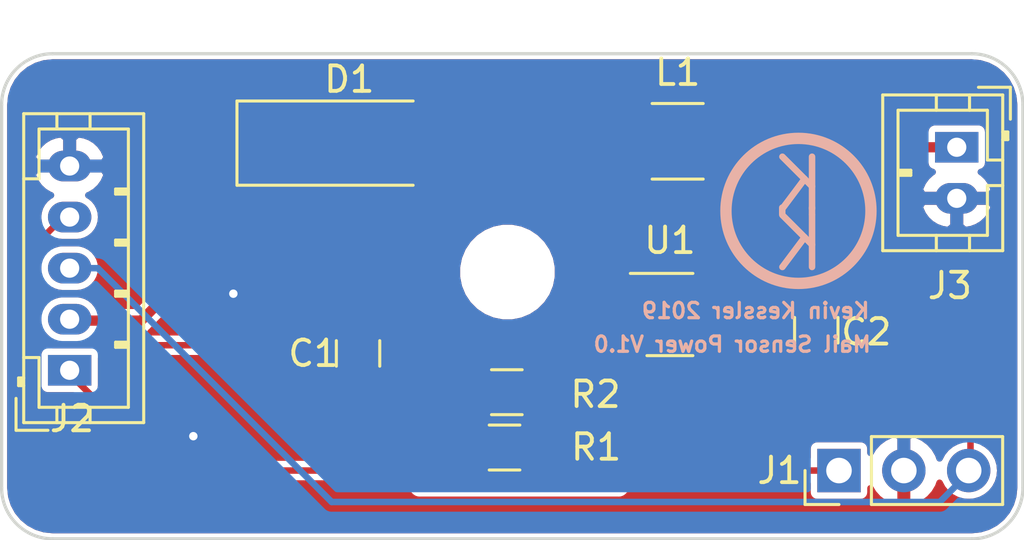
<source format=kicad_pcb>
(kicad_pcb (version 20171130) (host pcbnew 5.1.3-ffb9f22~84~ubuntu18.04.1)

  (general
    (thickness 1.6)
    (drawings 10)
    (tracks 57)
    (zones 0)
    (modules 12)
    (nets 8)
  )

  (page A4)
  (layers
    (0 F.Cu signal)
    (31 B.Cu signal)
    (32 B.Adhes user)
    (33 F.Adhes user)
    (34 B.Paste user)
    (35 F.Paste user)
    (36 B.SilkS user)
    (37 F.SilkS user)
    (38 B.Mask user)
    (39 F.Mask user)
    (40 Dwgs.User user)
    (41 Cmts.User user)
    (42 Eco1.User user)
    (43 Eco2.User user)
    (44 Edge.Cuts user)
    (45 Margin user)
    (46 B.CrtYd user)
    (47 F.CrtYd user)
    (48 B.Fab user)
    (49 F.Fab user)
  )

  (setup
    (last_trace_width 0.254)
    (user_trace_width 0.1524)
    (user_trace_width 0.2)
    (user_trace_width 0.25)
    (user_trace_width 0.3)
    (user_trace_width 0.4)
    (user_trace_width 0.5)
    (user_trace_width 0.6)
    (user_trace_width 0.8)
    (user_trace_width 1)
    (user_trace_width 1.2)
    (user_trace_width 1.5)
    (user_trace_width 2)
    (trace_clearance 0.254)
    (zone_clearance 0.1524)
    (zone_45_only no)
    (trace_min 0.1524)
    (via_size 0.6858)
    (via_drill 0.3302)
    (via_min_size 0.6858)
    (via_min_drill 0.3302)
    (uvia_size 0.508)
    (uvia_drill 0.127)
    (uvias_allowed no)
    (uvia_min_size 0.508)
    (uvia_min_drill 0.127)
    (edge_width 0.127)
    (segment_width 0.127)
    (pcb_text_width 0.127)
    (pcb_text_size 0.6 0.6)
    (mod_edge_width 0.127)
    (mod_text_size 0.6 0.6)
    (mod_text_width 0.127)
    (pad_size 1.524 1.524)
    (pad_drill 0.762)
    (pad_to_mask_clearance 0.05)
    (pad_to_paste_clearance -0.04)
    (aux_axis_origin 0 0)
    (visible_elements FFFFFF7F)
    (pcbplotparams
      (layerselection 0x3ffff_80000001)
      (usegerberextensions true)
      (usegerberattributes true)
      (usegerberadvancedattributes false)
      (creategerberjobfile false)
      (excludeedgelayer true)
      (linewidth 0.127000)
      (plotframeref false)
      (viasonmask false)
      (mode 1)
      (useauxorigin false)
      (hpglpennumber 1)
      (hpglpenspeed 20)
      (hpglpendiameter 15.000000)
      (psnegative false)
      (psa4output false)
      (plotreference true)
      (plotvalue true)
      (plotinvisibletext false)
      (padsonsilk false)
      (subtractmaskfromsilk false)
      (outputformat 1)
      (mirror false)
      (drillshape 0)
      (scaleselection 1)
      (outputdirectory "CAM/"))
  )

  (net 0 "")
  (net 1 GND)
  (net 2 +5V)
  (net 3 +BATT)
  (net 4 "Net-(D1-Pad2)")
  (net 5 +3V3)
  (net 6 V5_ENABLE)
  (net 7 "Net-(R1-Pad2)")

  (net_class Default "Dit is de standaard class."
    (clearance 0.254)
    (trace_width 0.254)
    (via_dia 0.6858)
    (via_drill 0.3302)
    (uvia_dia 0.508)
    (uvia_drill 0.127)
    (add_net +3V3)
    (add_net +5V)
    (add_net +BATT)
    (add_net GND)
    (add_net "Net-(D1-Pad2)")
    (add_net "Net-(R1-Pad2)")
    (add_net V5_ENABLE)
  )

  (net_class 0.2mm ""
    (clearance 0.2)
    (trace_width 0.2)
    (via_dia 0.6858)
    (via_drill 0.3302)
    (uvia_dia 0.508)
    (uvia_drill 0.127)
  )

  (net_class Minimal ""
    (clearance 0.1524)
    (trace_width 0.1524)
    (via_dia 0.6858)
    (via_drill 0.3302)
    (uvia_dia 0.508)
    (uvia_drill 0.127)
  )

  (module KevinLib:LogoBack (layer F.Cu) (tedit 5955D856) (tstamp 5D4E0166)
    (at 115.20932 84.15528)
    (fp_text reference REF** (at 0 5.207) (layer F.SilkS) hide
      (effects (font (size 1 1) (thickness 0.15)))
    )
    (fp_text value LogoBack (at 0 -4.318) (layer F.Fab) hide
      (effects (font (size 1 1) (thickness 0.15)))
    )
    (fp_text user K (at 0 1.27) (layer B.SilkS)
      (effects (font (size 2.032 2.032) (thickness 0.254)) (justify mirror))
    )
    (fp_text user K (at 0 -1.016) (layer B.SilkS)
      (effects (font (size 2.032 2.032) (thickness 0.254)) (justify mirror))
    )
    (fp_circle (center 0 0) (end 2.54 -1.27) (layer B.SilkS) (width 0.4445))
    (fp_line (start 0.531 -0.127) (end 0.531 0.127) (layer B.SilkS) (width 0.254))
    (fp_line (start -0.635 -0.127) (end -0.635 0.127) (layer B.SilkS) (width 0.254))
  )

  (module Mounting_Holes:MountingHole_3.2mm_M3 (layer F.Cu) (tedit 56D1B4CB) (tstamp 5D4DFF0E)
    (at 103.81234 86.5505)
    (descr "Mounting Hole 3.2mm, no annular, M3")
    (tags "mounting hole 3.2mm no annular m3")
    (path /5D54B5C5)
    (attr virtual)
    (fp_text reference MP1 (at 0 -4.2) (layer F.SilkS) hide
      (effects (font (size 1 1) (thickness 0.15)))
    )
    (fp_text value MOUNTHOLE (at 0 4.2) (layer F.Fab)
      (effects (font (size 1 1) (thickness 0.15)))
    )
    (fp_text user %R (at 0.3 0) (layer F.Fab)
      (effects (font (size 1 1) (thickness 0.15)))
    )
    (fp_circle (center 0 0) (end 3.2 0) (layer Cmts.User) (width 0.15))
    (fp_circle (center 0 0) (end 3.45 0) (layer F.CrtYd) (width 0.05))
    (pad 1 np_thru_hole circle (at 0 0) (size 3.2 3.2) (drill 3.2) (layers *.Cu *.Mask))
  )

  (module Capacitors_SMD:C_0805_HandSoldering (layer F.Cu) (tedit 58AA84A8) (tstamp 5D4DF02C)
    (at 97.96018 89.7382 90)
    (descr "Capacitor SMD 0805, hand soldering")
    (tags "capacitor 0805")
    (path /5D4E1121)
    (attr smd)
    (fp_text reference C1 (at 0 -1.75 180) (layer F.SilkS)
      (effects (font (size 1 1) (thickness 0.15)))
    )
    (fp_text value 22uF (at 0 1.75 90) (layer F.Fab)
      (effects (font (size 1 1) (thickness 0.15)))
    )
    (fp_line (start 2.25 0.87) (end -2.25 0.87) (layer F.CrtYd) (width 0.05))
    (fp_line (start 2.25 0.87) (end 2.25 -0.88) (layer F.CrtYd) (width 0.05))
    (fp_line (start -2.25 -0.88) (end -2.25 0.87) (layer F.CrtYd) (width 0.05))
    (fp_line (start -2.25 -0.88) (end 2.25 -0.88) (layer F.CrtYd) (width 0.05))
    (fp_line (start -0.5 0.85) (end 0.5 0.85) (layer F.SilkS) (width 0.12))
    (fp_line (start 0.5 -0.85) (end -0.5 -0.85) (layer F.SilkS) (width 0.12))
    (fp_line (start -1 -0.62) (end 1 -0.62) (layer F.Fab) (width 0.1))
    (fp_line (start 1 -0.62) (end 1 0.62) (layer F.Fab) (width 0.1))
    (fp_line (start 1 0.62) (end -1 0.62) (layer F.Fab) (width 0.1))
    (fp_line (start -1 0.62) (end -1 -0.62) (layer F.Fab) (width 0.1))
    (fp_text user %R (at 0 -1.75 180) (layer F.Fab)
      (effects (font (size 1 1) (thickness 0.15)))
    )
    (pad 2 smd rect (at 1.25 0 90) (size 1.5 1.25) (layers F.Cu F.Paste F.Mask)
      (net 1 GND))
    (pad 1 smd rect (at -1.25 0 90) (size 1.5 1.25) (layers F.Cu F.Paste F.Mask)
      (net 2 +5V))
    (model Capacitors_SMD.3dshapes/C_0805.wrl
      (at (xyz 0 0 0))
      (scale (xyz 1 1 1))
      (rotate (xyz 0 0 0))
    )
  )

  (module Capacitors_SMD:C_0805_HandSoldering (layer F.Cu) (tedit 58AA84A8) (tstamp 5D4DF69E)
    (at 115.90782 88.82888 270)
    (descr "Capacitor SMD 0805, hand soldering")
    (tags "capacitor 0805")
    (path /5D4E14BB)
    (attr smd)
    (fp_text reference C2 (at 0.06858 -1.95834 180) (layer F.SilkS)
      (effects (font (size 1 1) (thickness 0.15)))
    )
    (fp_text value 10uF (at 0 1.75 90) (layer F.Fab)
      (effects (font (size 1 1) (thickness 0.15)))
    )
    (fp_text user %R (at 0.06858 -1.99644 180) (layer F.Fab)
      (effects (font (size 1 1) (thickness 0.15)))
    )
    (fp_line (start -1 0.62) (end -1 -0.62) (layer F.Fab) (width 0.1))
    (fp_line (start 1 0.62) (end -1 0.62) (layer F.Fab) (width 0.1))
    (fp_line (start 1 -0.62) (end 1 0.62) (layer F.Fab) (width 0.1))
    (fp_line (start -1 -0.62) (end 1 -0.62) (layer F.Fab) (width 0.1))
    (fp_line (start 0.5 -0.85) (end -0.5 -0.85) (layer F.SilkS) (width 0.12))
    (fp_line (start -0.5 0.85) (end 0.5 0.85) (layer F.SilkS) (width 0.12))
    (fp_line (start -2.25 -0.88) (end 2.25 -0.88) (layer F.CrtYd) (width 0.05))
    (fp_line (start -2.25 -0.88) (end -2.25 0.87) (layer F.CrtYd) (width 0.05))
    (fp_line (start 2.25 0.87) (end 2.25 -0.88) (layer F.CrtYd) (width 0.05))
    (fp_line (start 2.25 0.87) (end -2.25 0.87) (layer F.CrtYd) (width 0.05))
    (pad 1 smd rect (at -1.25 0 270) (size 1.5 1.25) (layers F.Cu F.Paste F.Mask)
      (net 3 +BATT))
    (pad 2 smd rect (at 1.25 0 270) (size 1.5 1.25) (layers F.Cu F.Paste F.Mask)
      (net 1 GND))
    (model Capacitors_SMD.3dshapes/C_0805.wrl
      (at (xyz 0 0 0))
      (scale (xyz 1 1 1))
      (rotate (xyz 0 0 0))
    )
  )

  (module Diodes_SMD:D_SMA_Handsoldering (layer F.Cu) (tedit 58643398) (tstamp 5D4DF055)
    (at 97.61728 81.50098)
    (descr "Diode SMA (DO-214AC) Handsoldering")
    (tags "Diode SMA (DO-214AC) Handsoldering")
    (path /5D4E0BD7)
    (attr smd)
    (fp_text reference D1 (at 0 -2.5) (layer F.SilkS)
      (effects (font (size 1 1) (thickness 0.15)))
    )
    (fp_text value D_Schottky (at 0 2.6) (layer F.Fab)
      (effects (font (size 1 1) (thickness 0.15)))
    )
    (fp_line (start -4.4 -1.65) (end 2.5 -1.65) (layer F.SilkS) (width 0.12))
    (fp_line (start -4.4 1.65) (end 2.5 1.65) (layer F.SilkS) (width 0.12))
    (fp_line (start -0.64944 0.00102) (end 0.50118 -0.79908) (layer F.Fab) (width 0.1))
    (fp_line (start -0.64944 0.00102) (end 0.50118 0.75032) (layer F.Fab) (width 0.1))
    (fp_line (start 0.50118 0.75032) (end 0.50118 -0.79908) (layer F.Fab) (width 0.1))
    (fp_line (start -0.64944 -0.79908) (end -0.64944 0.80112) (layer F.Fab) (width 0.1))
    (fp_line (start 0.50118 0.00102) (end 1.4994 0.00102) (layer F.Fab) (width 0.1))
    (fp_line (start -0.64944 0.00102) (end -1.55114 0.00102) (layer F.Fab) (width 0.1))
    (fp_line (start -4.5 1.75) (end -4.5 -1.75) (layer F.CrtYd) (width 0.05))
    (fp_line (start 4.5 1.75) (end -4.5 1.75) (layer F.CrtYd) (width 0.05))
    (fp_line (start 4.5 -1.75) (end 4.5 1.75) (layer F.CrtYd) (width 0.05))
    (fp_line (start -4.5 -1.75) (end 4.5 -1.75) (layer F.CrtYd) (width 0.05))
    (fp_line (start 2.3 -1.5) (end -2.3 -1.5) (layer F.Fab) (width 0.1))
    (fp_line (start 2.3 -1.5) (end 2.3 1.5) (layer F.Fab) (width 0.1))
    (fp_line (start -2.3 1.5) (end -2.3 -1.5) (layer F.Fab) (width 0.1))
    (fp_line (start 2.3 1.5) (end -2.3 1.5) (layer F.Fab) (width 0.1))
    (fp_line (start -4.4 -1.65) (end -4.4 1.65) (layer F.SilkS) (width 0.12))
    (fp_text user %R (at 0 -2.5) (layer F.Fab)
      (effects (font (size 1 1) (thickness 0.15)))
    )
    (pad 2 smd rect (at 2.5 0) (size 3.5 1.8) (layers F.Cu F.Paste F.Mask)
      (net 4 "Net-(D1-Pad2)"))
    (pad 1 smd rect (at -2.5 0) (size 3.5 1.8) (layers F.Cu F.Paste F.Mask)
      (net 2 +5V))
    (model ${KISYS3DMOD}/Diodes_SMD.3dshapes/D_SMA.wrl
      (at (xyz 0 0 0))
      (scale (xyz 1 1 1))
      (rotate (xyz 0 0 0))
    )
  )

  (module Pin_Headers:Pin_Header_Straight_1x03_Pitch2.54mm (layer F.Cu) (tedit 59650532) (tstamp 5D4DF06C)
    (at 116.79682 94.32544 90)
    (descr "Through hole straight pin header, 1x03, 2.54mm pitch, single row")
    (tags "Through hole pin header THT 1x03 2.54mm single row")
    (path /5D4E3F27)
    (fp_text reference J1 (at 0 -2.33 180) (layer F.SilkS)
      (effects (font (size 1 1) (thickness 0.15)))
    )
    (fp_text value Conn_01x03_Male (at -1.6383 -0.41656 180) (layer F.Fab)
      (effects (font (size 1 1) (thickness 0.15)))
    )
    (fp_text user %R (at 0 2.54) (layer F.Fab)
      (effects (font (size 1 1) (thickness 0.15)))
    )
    (fp_line (start 1.8 -1.8) (end -1.8 -1.8) (layer F.CrtYd) (width 0.05))
    (fp_line (start 1.8 6.85) (end 1.8 -1.8) (layer F.CrtYd) (width 0.05))
    (fp_line (start -1.8 6.85) (end 1.8 6.85) (layer F.CrtYd) (width 0.05))
    (fp_line (start -1.8 -1.8) (end -1.8 6.85) (layer F.CrtYd) (width 0.05))
    (fp_line (start -1.33 -1.33) (end 0 -1.33) (layer F.SilkS) (width 0.12))
    (fp_line (start -1.33 0) (end -1.33 -1.33) (layer F.SilkS) (width 0.12))
    (fp_line (start -1.33 1.27) (end 1.33 1.27) (layer F.SilkS) (width 0.12))
    (fp_line (start 1.33 1.27) (end 1.33 6.41) (layer F.SilkS) (width 0.12))
    (fp_line (start -1.33 1.27) (end -1.33 6.41) (layer F.SilkS) (width 0.12))
    (fp_line (start -1.33 6.41) (end 1.33 6.41) (layer F.SilkS) (width 0.12))
    (fp_line (start -1.27 -0.635) (end -0.635 -1.27) (layer F.Fab) (width 0.1))
    (fp_line (start -1.27 6.35) (end -1.27 -0.635) (layer F.Fab) (width 0.1))
    (fp_line (start 1.27 6.35) (end -1.27 6.35) (layer F.Fab) (width 0.1))
    (fp_line (start 1.27 -1.27) (end 1.27 6.35) (layer F.Fab) (width 0.1))
    (fp_line (start -0.635 -1.27) (end 1.27 -1.27) (layer F.Fab) (width 0.1))
    (pad 3 thru_hole oval (at 0 5.08 90) (size 1.7 1.7) (drill 1) (layers *.Cu *.Mask)
      (net 3 +BATT))
    (pad 2 thru_hole oval (at 0 2.54 90) (size 1.7 1.7) (drill 1) (layers *.Cu *.Mask)
      (net 1 GND))
    (pad 1 thru_hole rect (at 0 0 90) (size 1.7 1.7) (drill 1) (layers *.Cu *.Mask)
      (net 5 +3V3))
    (model ${KISYS3DMOD}/Pin_Headers.3dshapes/Pin_Header_Straight_1x03_Pitch2.54mm.wrl
      (at (xyz 0 0 0))
      (scale (xyz 1 1 1))
      (rotate (xyz 0 0 0))
    )
  )

  (module Connectors_JST:JST_PH_B5B-PH-K_05x2.00mm_Straight (layer F.Cu) (tedit 58D3FE4F) (tstamp 5D4DF0A5)
    (at 86.6648 90.3986 90)
    (descr "JST PH series connector, B5B-PH-K, top entry type, through hole, Datasheet: http://www.jst-mfg.com/product/pdf/eng/ePH.pdf")
    (tags "connector jst ph")
    (path /5D4E499D)
    (fp_text reference J2 (at -1.89484 0.09144 180) (layer F.SilkS)
      (effects (font (size 1 1) (thickness 0.15)))
    )
    (fp_text value Conn_01x05_Male (at 4 3.8 90) (layer F.Fab)
      (effects (font (size 1 1) (thickness 0.15)))
    )
    (fp_text user %R (at 4 1.5 90) (layer F.Fab)
      (effects (font (size 1 1) (thickness 0.15)))
    )
    (fp_line (start 10.45 -2.2) (end -2.45 -2.2) (layer F.CrtYd) (width 0.05))
    (fp_line (start 10.45 3.3) (end 10.45 -2.2) (layer F.CrtYd) (width 0.05))
    (fp_line (start -2.45 3.3) (end 10.45 3.3) (layer F.CrtYd) (width 0.05))
    (fp_line (start -2.45 -2.2) (end -2.45 3.3) (layer F.CrtYd) (width 0.05))
    (fp_line (start 9.95 -1.7) (end -1.95 -1.7) (layer F.Fab) (width 0.1))
    (fp_line (start 9.95 2.8) (end 9.95 -1.7) (layer F.Fab) (width 0.1))
    (fp_line (start -1.95 2.8) (end 9.95 2.8) (layer F.Fab) (width 0.1))
    (fp_line (start -1.95 -1.7) (end -1.95 2.8) (layer F.Fab) (width 0.1))
    (fp_line (start -2.35 -2.1) (end -2.35 -0.85) (layer F.Fab) (width 0.1))
    (fp_line (start -1.1 -2.1) (end -2.35 -2.1) (layer F.Fab) (width 0.1))
    (fp_line (start -2.35 -2.1) (end -2.35 -0.85) (layer F.SilkS) (width 0.12))
    (fp_line (start -1.1 -2.1) (end -2.35 -2.1) (layer F.SilkS) (width 0.12))
    (fp_line (start 7 2.3) (end 7 1.8) (layer F.SilkS) (width 0.12))
    (fp_line (start 7.1 1.8) (end 7.1 2.3) (layer F.SilkS) (width 0.12))
    (fp_line (start 6.9 1.8) (end 7.1 1.8) (layer F.SilkS) (width 0.12))
    (fp_line (start 6.9 2.3) (end 6.9 1.8) (layer F.SilkS) (width 0.12))
    (fp_line (start 5 2.3) (end 5 1.8) (layer F.SilkS) (width 0.12))
    (fp_line (start 5.1 1.8) (end 5.1 2.3) (layer F.SilkS) (width 0.12))
    (fp_line (start 4.9 1.8) (end 5.1 1.8) (layer F.SilkS) (width 0.12))
    (fp_line (start 4.9 2.3) (end 4.9 1.8) (layer F.SilkS) (width 0.12))
    (fp_line (start 3 2.3) (end 3 1.8) (layer F.SilkS) (width 0.12))
    (fp_line (start 3.1 1.8) (end 3.1 2.3) (layer F.SilkS) (width 0.12))
    (fp_line (start 2.9 1.8) (end 3.1 1.8) (layer F.SilkS) (width 0.12))
    (fp_line (start 2.9 2.3) (end 2.9 1.8) (layer F.SilkS) (width 0.12))
    (fp_line (start 1 2.3) (end 1 1.8) (layer F.SilkS) (width 0.12))
    (fp_line (start 1.1 1.8) (end 1.1 2.3) (layer F.SilkS) (width 0.12))
    (fp_line (start 0.9 1.8) (end 1.1 1.8) (layer F.SilkS) (width 0.12))
    (fp_line (start 0.9 2.3) (end 0.9 1.8) (layer F.SilkS) (width 0.12))
    (fp_line (start -0.3 -1.9) (end -0.6 -1.9) (layer F.SilkS) (width 0.12))
    (fp_line (start -0.6 -2) (end -0.6 -1.8) (layer F.SilkS) (width 0.12))
    (fp_line (start -0.3 -2) (end -0.6 -2) (layer F.SilkS) (width 0.12))
    (fp_line (start -0.3 -1.8) (end -0.3 -2) (layer F.SilkS) (width 0.12))
    (fp_line (start 10.05 0.8) (end 9.45 0.8) (layer F.SilkS) (width 0.12))
    (fp_line (start 10.05 -0.5) (end 9.45 -0.5) (layer F.SilkS) (width 0.12))
    (fp_line (start -2.05 0.8) (end -1.45 0.8) (layer F.SilkS) (width 0.12))
    (fp_line (start -2.05 -0.5) (end -1.45 -0.5) (layer F.SilkS) (width 0.12))
    (fp_line (start 7.5 -1.2) (end 7.5 -1.8) (layer F.SilkS) (width 0.12))
    (fp_line (start 9.45 -1.2) (end 7.5 -1.2) (layer F.SilkS) (width 0.12))
    (fp_line (start 9.45 2.3) (end 9.45 -1.2) (layer F.SilkS) (width 0.12))
    (fp_line (start -1.45 2.3) (end 9.45 2.3) (layer F.SilkS) (width 0.12))
    (fp_line (start -1.45 -1.2) (end -1.45 2.3) (layer F.SilkS) (width 0.12))
    (fp_line (start 0.5 -1.2) (end -1.45 -1.2) (layer F.SilkS) (width 0.12))
    (fp_line (start 0.5 -1.8) (end 0.5 -1.2) (layer F.SilkS) (width 0.12))
    (fp_line (start 10.05 -1.8) (end -2.05 -1.8) (layer F.SilkS) (width 0.12))
    (fp_line (start 10.05 2.9) (end 10.05 -1.8) (layer F.SilkS) (width 0.12))
    (fp_line (start -2.05 2.9) (end 10.05 2.9) (layer F.SilkS) (width 0.12))
    (fp_line (start -2.05 -1.8) (end -2.05 2.9) (layer F.SilkS) (width 0.12))
    (pad 5 thru_hole oval (at 8 0 90) (size 1.2 1.7) (drill 0.75) (layers *.Cu *.Mask)
      (net 1 GND))
    (pad 4 thru_hole oval (at 6 0 90) (size 1.2 1.7) (drill 0.75) (layers *.Cu *.Mask)
      (net 6 V5_ENABLE))
    (pad 3 thru_hole oval (at 4 0 90) (size 1.2 1.7) (drill 0.75) (layers *.Cu *.Mask)
      (net 3 +BATT))
    (pad 2 thru_hole oval (at 2 0 90) (size 1.2 1.7) (drill 0.75) (layers *.Cu *.Mask)
      (net 2 +5V))
    (pad 1 thru_hole rect (at 0 0 90) (size 1.2 1.7) (drill 0.75) (layers *.Cu *.Mask)
      (net 5 +3V3))
    (model ${KISYS3DMOD}/Connectors_JST.3dshapes/JST_PH_B5B-PH-K_05x2.00mm_Straight.wrl
      (at (xyz 0 0 0))
      (scale (xyz 1 1 1))
      (rotate (xyz 0 0 0))
    )
  )

  (module Connectors_JST:JST_PH_B2B-PH-K_02x2.00mm_Straight (layer F.Cu) (tedit 58D3FE4F) (tstamp 5D4DF0CF)
    (at 121.40946 81.66354 270)
    (descr "JST PH series connector, B2B-PH-K, top entry type, through hole, Datasheet: http://www.jst-mfg.com/product/pdf/eng/ePH.pdf")
    (tags "connector jst ph")
    (path /5D4E5066)
    (fp_text reference J3 (at 5.42036 0.26924 180) (layer F.SilkS)
      (effects (font (size 1 1) (thickness 0.15)))
    )
    (fp_text value Conn_01x02_Male (at 1 3.8 90) (layer F.Fab)
      (effects (font (size 1 1) (thickness 0.15)))
    )
    (fp_text user %R (at 1 1.5 90) (layer F.Fab)
      (effects (font (size 1 1) (thickness 0.15)))
    )
    (fp_line (start 4.45 -2.2) (end -2.45 -2.2) (layer F.CrtYd) (width 0.05))
    (fp_line (start 4.45 3.3) (end 4.45 -2.2) (layer F.CrtYd) (width 0.05))
    (fp_line (start -2.45 3.3) (end 4.45 3.3) (layer F.CrtYd) (width 0.05))
    (fp_line (start -2.45 -2.2) (end -2.45 3.3) (layer F.CrtYd) (width 0.05))
    (fp_line (start 3.95 -1.7) (end -1.95 -1.7) (layer F.Fab) (width 0.1))
    (fp_line (start 3.95 2.8) (end 3.95 -1.7) (layer F.Fab) (width 0.1))
    (fp_line (start -1.95 2.8) (end 3.95 2.8) (layer F.Fab) (width 0.1))
    (fp_line (start -1.95 -1.7) (end -1.95 2.8) (layer F.Fab) (width 0.1))
    (fp_line (start -2.35 -2.1) (end -2.35 -0.85) (layer F.Fab) (width 0.1))
    (fp_line (start -1.1 -2.1) (end -2.35 -2.1) (layer F.Fab) (width 0.1))
    (fp_line (start -2.35 -2.1) (end -2.35 -0.85) (layer F.SilkS) (width 0.12))
    (fp_line (start -1.1 -2.1) (end -2.35 -2.1) (layer F.SilkS) (width 0.12))
    (fp_line (start 1 2.3) (end 1 1.8) (layer F.SilkS) (width 0.12))
    (fp_line (start 1.1 1.8) (end 1.1 2.3) (layer F.SilkS) (width 0.12))
    (fp_line (start 0.9 1.8) (end 1.1 1.8) (layer F.SilkS) (width 0.12))
    (fp_line (start 0.9 2.3) (end 0.9 1.8) (layer F.SilkS) (width 0.12))
    (fp_line (start -0.3 -1.9) (end -0.6 -1.9) (layer F.SilkS) (width 0.12))
    (fp_line (start -0.6 -2) (end -0.6 -1.8) (layer F.SilkS) (width 0.12))
    (fp_line (start -0.3 -2) (end -0.6 -2) (layer F.SilkS) (width 0.12))
    (fp_line (start -0.3 -1.8) (end -0.3 -2) (layer F.SilkS) (width 0.12))
    (fp_line (start 4.05 0.8) (end 3.45 0.8) (layer F.SilkS) (width 0.12))
    (fp_line (start 4.05 -0.5) (end 3.45 -0.5) (layer F.SilkS) (width 0.12))
    (fp_line (start -2.05 0.8) (end -1.45 0.8) (layer F.SilkS) (width 0.12))
    (fp_line (start -2.05 -0.5) (end -1.45 -0.5) (layer F.SilkS) (width 0.12))
    (fp_line (start 1.5 -1.2) (end 1.5 -1.8) (layer F.SilkS) (width 0.12))
    (fp_line (start 3.45 -1.2) (end 1.5 -1.2) (layer F.SilkS) (width 0.12))
    (fp_line (start 3.45 2.3) (end 3.45 -1.2) (layer F.SilkS) (width 0.12))
    (fp_line (start -1.45 2.3) (end 3.45 2.3) (layer F.SilkS) (width 0.12))
    (fp_line (start -1.45 -1.2) (end -1.45 2.3) (layer F.SilkS) (width 0.12))
    (fp_line (start 0.5 -1.2) (end -1.45 -1.2) (layer F.SilkS) (width 0.12))
    (fp_line (start 0.5 -1.8) (end 0.5 -1.2) (layer F.SilkS) (width 0.12))
    (fp_line (start 4.05 -1.8) (end -2.05 -1.8) (layer F.SilkS) (width 0.12))
    (fp_line (start 4.05 2.9) (end 4.05 -1.8) (layer F.SilkS) (width 0.12))
    (fp_line (start -2.05 2.9) (end 4.05 2.9) (layer F.SilkS) (width 0.12))
    (fp_line (start -2.05 -1.8) (end -2.05 2.9) (layer F.SilkS) (width 0.12))
    (pad 2 thru_hole oval (at 2 0 270) (size 1.2 1.7) (drill 0.75) (layers *.Cu *.Mask)
      (net 1 GND))
    (pad 1 thru_hole rect (at 0 0 270) (size 1.2 1.7) (drill 0.75) (layers *.Cu *.Mask)
      (net 3 +BATT))
    (model ${KISYS3DMOD}/Connectors_JST.3dshapes/JST_PH_B2B-PH-K_02x2.00mm_Straight.wrl
      (at (xyz 0 0 0))
      (scale (xyz 1 1 1))
      (rotate (xyz 0 0 0))
    )
  )

  (module Inductors_SMD:L_1210_HandSoldering (layer F.Cu) (tedit 58307C8D) (tstamp 5D4DF0DF)
    (at 110.47832 81.42986)
    (descr "Resistor SMD 1210, hand soldering")
    (tags "resistor 1210")
    (path /5D4E0762)
    (attr smd)
    (fp_text reference L1 (at 0 -2.7) (layer F.SilkS)
      (effects (font (size 1 1) (thickness 0.15)))
    )
    (fp_text value "10 uH" (at 0 2.7) (layer F.Fab)
      (effects (font (size 1 1) (thickness 0.15)))
    )
    (fp_line (start -1.6 1.25) (end -1.6 -1.25) (layer F.Fab) (width 0.1))
    (fp_line (start 1.6 1.25) (end -1.6 1.25) (layer F.Fab) (width 0.1))
    (fp_line (start 1.6 -1.25) (end 1.6 1.25) (layer F.Fab) (width 0.1))
    (fp_line (start -1.6 -1.25) (end 1.6 -1.25) (layer F.Fab) (width 0.1))
    (fp_line (start -3.3 -1.6) (end 3.3 -1.6) (layer F.CrtYd) (width 0.05))
    (fp_line (start -3.3 1.6) (end 3.3 1.6) (layer F.CrtYd) (width 0.05))
    (fp_line (start -3.3 -1.6) (end -3.3 1.6) (layer F.CrtYd) (width 0.05))
    (fp_line (start 3.3 -1.6) (end 3.3 1.6) (layer F.CrtYd) (width 0.05))
    (fp_line (start 1 1.48) (end -1 1.48) (layer F.SilkS) (width 0.12))
    (fp_line (start -1 -1.48) (end 1 -1.48) (layer F.SilkS) (width 0.12))
    (pad 1 smd rect (at -2 0) (size 2 2.5) (layers F.Cu F.Paste F.Mask)
      (net 4 "Net-(D1-Pad2)"))
    (pad 2 smd rect (at 2 0) (size 2 2.5) (layers F.Cu F.Paste F.Mask)
      (net 3 +BATT))
    (model Inductors_SMD.3dshapes\L_1210_HandSoldering.wrl
      (at (xyz 0 0 0))
      (scale (xyz 1 1 1))
      (rotate (xyz 0 0 0))
    )
  )

  (module Resistors_SMD:R_0805_HandSoldering (layer F.Cu) (tedit 58E0A804) (tstamp 5D4DF433)
    (at 103.69804 93.42374)
    (descr "Resistor SMD 0805, hand soldering")
    (tags "resistor 0805")
    (path /5D4E1737)
    (attr smd)
    (fp_text reference R1 (at 3.58648 -0.01524) (layer F.SilkS)
      (effects (font (size 1 1) (thickness 0.15)))
    )
    (fp_text value 5.6K (at 0 1.75) (layer F.Fab)
      (effects (font (size 1 1) (thickness 0.15)))
    )
    (fp_line (start 2.35 0.9) (end -2.35 0.9) (layer F.CrtYd) (width 0.05))
    (fp_line (start 2.35 0.9) (end 2.35 -0.9) (layer F.CrtYd) (width 0.05))
    (fp_line (start -2.35 -0.9) (end -2.35 0.9) (layer F.CrtYd) (width 0.05))
    (fp_line (start -2.35 -0.9) (end 2.35 -0.9) (layer F.CrtYd) (width 0.05))
    (fp_line (start -0.6 -0.88) (end 0.6 -0.88) (layer F.SilkS) (width 0.12))
    (fp_line (start 0.6 0.88) (end -0.6 0.88) (layer F.SilkS) (width 0.12))
    (fp_line (start -1 -0.62) (end 1 -0.62) (layer F.Fab) (width 0.1))
    (fp_line (start 1 -0.62) (end 1 0.62) (layer F.Fab) (width 0.1))
    (fp_line (start 1 0.62) (end -1 0.62) (layer F.Fab) (width 0.1))
    (fp_line (start -1 0.62) (end -1 -0.62) (layer F.Fab) (width 0.1))
    (fp_text user %R (at 0 0) (layer F.Fab)
      (effects (font (size 0.5 0.5) (thickness 0.075)))
    )
    (pad 2 smd rect (at 1.35 0) (size 1.5 1.3) (layers F.Cu F.Paste F.Mask)
      (net 7 "Net-(R1-Pad2)"))
    (pad 1 smd rect (at -1.35 0) (size 1.5 1.3) (layers F.Cu F.Paste F.Mask)
      (net 2 +5V))
    (model ${KISYS3DMOD}/Resistors_SMD.3dshapes/R_0805.wrl
      (at (xyz 0 0 0))
      (scale (xyz 1 1 1))
      (rotate (xyz 0 0 0))
    )
  )

  (module Resistors_SMD:R_0805_HandSoldering (layer F.Cu) (tedit 58E0A804) (tstamp 5D4DF537)
    (at 103.78694 91.25712)
    (descr "Resistor SMD 0805, hand soldering")
    (tags "resistor 0805")
    (path /5D4E1A2B)
    (attr smd)
    (fp_text reference R2 (at 3.47218 0.08636) (layer F.SilkS)
      (effects (font (size 1 1) (thickness 0.15)))
    )
    (fp_text value 1.8K (at 0 1.75) (layer F.Fab)
      (effects (font (size 1 1) (thickness 0.15)))
    )
    (fp_text user %R (at 0 0) (layer F.Fab)
      (effects (font (size 0.5 0.5) (thickness 0.075)))
    )
    (fp_line (start -1 0.62) (end -1 -0.62) (layer F.Fab) (width 0.1))
    (fp_line (start 1 0.62) (end -1 0.62) (layer F.Fab) (width 0.1))
    (fp_line (start 1 -0.62) (end 1 0.62) (layer F.Fab) (width 0.1))
    (fp_line (start -1 -0.62) (end 1 -0.62) (layer F.Fab) (width 0.1))
    (fp_line (start 0.6 0.88) (end -0.6 0.88) (layer F.SilkS) (width 0.12))
    (fp_line (start -0.6 -0.88) (end 0.6 -0.88) (layer F.SilkS) (width 0.12))
    (fp_line (start -2.35 -0.9) (end 2.35 -0.9) (layer F.CrtYd) (width 0.05))
    (fp_line (start -2.35 -0.9) (end -2.35 0.9) (layer F.CrtYd) (width 0.05))
    (fp_line (start 2.35 0.9) (end 2.35 -0.9) (layer F.CrtYd) (width 0.05))
    (fp_line (start 2.35 0.9) (end -2.35 0.9) (layer F.CrtYd) (width 0.05))
    (pad 1 smd rect (at -1.35 0) (size 1.5 1.3) (layers F.Cu F.Paste F.Mask)
      (net 7 "Net-(R1-Pad2)"))
    (pad 2 smd rect (at 1.35 0) (size 1.5 1.3) (layers F.Cu F.Paste F.Mask)
      (net 1 GND))
    (model ${KISYS3DMOD}/Resistors_SMD.3dshapes/R_0805.wrl
      (at (xyz 0 0 0))
      (scale (xyz 1 1 1))
      (rotate (xyz 0 0 0))
    )
  )

  (module TO_SOT_Packages_SMD:SOT-23-5_HandSoldering (layer F.Cu) (tedit 58CE4E7E) (tstamp 5D4DF116)
    (at 110.17504 88.2142)
    (descr "5-pin SOT23 package")
    (tags "SOT-23-5 hand-soldering")
    (path /5D4E0253)
    (attr smd)
    (fp_text reference U1 (at 0 -2.9) (layer F.SilkS)
      (effects (font (size 1 1) (thickness 0.15)))
    )
    (fp_text value MIC2288 (at 0 2.9) (layer F.Fab)
      (effects (font (size 1 1) (thickness 0.15)))
    )
    (fp_line (start 2.38 1.8) (end -2.38 1.8) (layer F.CrtYd) (width 0.05))
    (fp_line (start 2.38 1.8) (end 2.38 -1.8) (layer F.CrtYd) (width 0.05))
    (fp_line (start -2.38 -1.8) (end -2.38 1.8) (layer F.CrtYd) (width 0.05))
    (fp_line (start -2.38 -1.8) (end 2.38 -1.8) (layer F.CrtYd) (width 0.05))
    (fp_line (start 0.9 -1.55) (end 0.9 1.55) (layer F.Fab) (width 0.1))
    (fp_line (start 0.9 1.55) (end -0.9 1.55) (layer F.Fab) (width 0.1))
    (fp_line (start -0.9 -0.9) (end -0.9 1.55) (layer F.Fab) (width 0.1))
    (fp_line (start 0.9 -1.55) (end -0.25 -1.55) (layer F.Fab) (width 0.1))
    (fp_line (start -0.9 -0.9) (end -0.25 -1.55) (layer F.Fab) (width 0.1))
    (fp_line (start 0.9 -1.61) (end -1.55 -1.61) (layer F.SilkS) (width 0.12))
    (fp_line (start -0.9 1.61) (end 0.9 1.61) (layer F.SilkS) (width 0.12))
    (fp_text user %R (at 0 0 90) (layer F.Fab)
      (effects (font (size 0.5 0.5) (thickness 0.075)))
    )
    (pad 5 smd rect (at 1.35 -0.95) (size 1.56 0.65) (layers F.Cu F.Paste F.Mask)
      (net 3 +BATT))
    (pad 4 smd rect (at 1.35 0.95) (size 1.56 0.65) (layers F.Cu F.Paste F.Mask)
      (net 6 V5_ENABLE))
    (pad 3 smd rect (at -1.35 0.95) (size 1.56 0.65) (layers F.Cu F.Paste F.Mask)
      (net 7 "Net-(R1-Pad2)"))
    (pad 2 smd rect (at -1.35 0) (size 1.56 0.65) (layers F.Cu F.Paste F.Mask)
      (net 1 GND))
    (pad 1 smd rect (at -1.35 -0.95) (size 1.56 0.65) (layers F.Cu F.Paste F.Mask)
      (net 4 "Net-(D1-Pad2)"))
    (model ${KISYS3DMOD}/TO_SOT_Packages_SMD.3dshapes\SOT-23-5.wrl
      (at (xyz 0 0 0))
      (scale (xyz 1 1 1))
      (rotate (xyz 0 0 0))
    )
  )

  (gr_text "Mail Sensor Power V1.0" (at 112.61344 89.3826) (layer B.SilkS)
    (effects (font (size 0.6 0.6) (thickness 0.127)) (justify mirror))
  )
  (gr_text "Kevin Kessler 2019" (at 113.53292 88.06688) (layer B.SilkS)
    (effects (font (size 0.6 0.6) (thickness 0.127)) (justify mirror))
  )
  (gr_arc (start 86 80) (end 86 78) (angle -90) (layer Edge.Cuts) (width 0.127))
  (gr_arc (start 86 95) (end 84 95) (angle -90) (layer Edge.Cuts) (width 0.127))
  (gr_arc (start 122 95) (end 122 97) (angle -90) (layer Edge.Cuts) (width 0.127))
  (gr_arc (start 122 80) (end 124 80) (angle -90) (layer Edge.Cuts) (width 0.127))
  (gr_line (start 86 97) (end 122 97) (layer Edge.Cuts) (width 0.127))
  (gr_line (start 84 80) (end 84 95) (layer Edge.Cuts) (width 0.127))
  (gr_line (start 122 78) (end 86 78) (layer Edge.Cuts) (width 0.127))
  (gr_line (start 124 95) (end 124 80) (layer Edge.Cuts) (width 0.127))

  (via (at 91.50858 92.97924) (size 0.6858) (drill 0.3302) (layers F.Cu B.Cu) (net 1))
  (via (at 93.07576 87.39886) (size 0.6858) (drill 0.3302) (layers F.Cu B.Cu) (net 1))
  (segment (start 95.11728 82.80098) (end 89.4653 88.45296) (width 0.4) (layer F.Cu) (net 2))
  (segment (start 95.11728 81.50098) (end 95.11728 82.80098) (width 0.4) (layer F.Cu) (net 2))
  (segment (start 89.4653 88.45296) (end 86.77402 88.45296) (width 0.4) (layer F.Cu) (net 2))
  (segment (start 95.11728 89.0243) (end 95.11728 82.80098) (width 0.4) (layer F.Cu) (net 2))
  (segment (start 97.08118 90.9882) (end 95.11728 89.0243) (width 0.4) (layer F.Cu) (net 2))
  (segment (start 97.96018 90.9882) (end 97.08118 90.9882) (width 0.4) (layer F.Cu) (net 2))
  (segment (start 97.96018 91.1132) (end 100.29358 93.4466) (width 0.254) (layer F.Cu) (net 2))
  (segment (start 97.96018 90.9882) (end 97.96018 91.1132) (width 0.254) (layer F.Cu) (net 2))
  (segment (start 100.29358 93.4466) (end 102.41788 93.4466) (width 0.254) (layer F.Cu) (net 2))
  (segment (start 121.40946 81.66354) (end 112.52962 81.66354) (width 0.4) (layer F.Cu) (net 3))
  (segment (start 112.52962 81.66354) (end 112.34928 81.4832) (width 0.4) (layer F.Cu) (net 3))
  (segment (start 115.90782 87.57888) (end 115.90782 86.42888) (width 0.4) (layer F.Cu) (net 3))
  (segment (start 114.41938 84.94044) (end 114.41938 83.42376) (width 0.4) (layer F.Cu) (net 3))
  (segment (start 114.41938 83.42376) (end 112.64392 81.6483) (width 0.4) (layer F.Cu) (net 3))
  (segment (start 112.64392 81.6483) (end 112.64392 81.61528) (width 0.4) (layer F.Cu) (net 3))
  (segment (start 112.99441 85.06983) (end 114.54877 85.06983) (width 0.4) (layer F.Cu) (net 3))
  (segment (start 111.52504 87.2642) (end 111.52504 86.5392) (width 0.4) (layer F.Cu) (net 3))
  (segment (start 111.52504 86.5392) (end 112.99441 85.06983) (width 0.4) (layer F.Cu) (net 3))
  (segment (start 115.90782 86.42888) (end 114.54877 85.06983) (width 0.4) (layer F.Cu) (net 3))
  (segment (start 114.54877 85.06983) (end 114.41938 84.94044) (width 0.4) (layer F.Cu) (net 3))
  (segment (start 116.78682 87.57888) (end 121.94794 92.74) (width 0.254) (layer F.Cu) (net 3))
  (segment (start 115.90782 87.57888) (end 116.78682 87.57888) (width 0.254) (layer F.Cu) (net 3))
  (segment (start 121.94794 92.74) (end 121.94794 94.17304) (width 0.254) (layer F.Cu) (net 3))
  (segment (start 86.6648 86.3986) (end 87.7688 86.3986) (width 0.254) (layer B.Cu) (net 3))
  (segment (start 96.926641 95.556441) (end 120.744879 95.556441) (width 0.254) (layer B.Cu) (net 3))
  (segment (start 87.7688 86.3986) (end 96.926641 95.556441) (width 0.254) (layer B.Cu) (net 3))
  (segment (start 120.744879 95.556441) (end 121.8438 94.45752) (width 0.254) (layer B.Cu) (net 3))
  (segment (start 108.47832 81.42986) (end 100.20046 81.42986) (width 0.4) (layer F.Cu) (net 4))
  (segment (start 108.82504 87.2642) (end 108.82504 82.1017) (width 0.4) (layer F.Cu) (net 4))
  (segment (start 108.82504 82.1017) (end 108.33862 81.61528) (width 0.4) (layer F.Cu) (net 4))
  (segment (start 100.37286 94.962752) (end 99.735548 94.32544) (width 0.254) (layer F.Cu) (net 5))
  (segment (start 99.735548 94.32544) (end 90.45448 94.32544) (width 0.254) (layer F.Cu) (net 5))
  (segment (start 108.808136 94.32544) (end 108.170824 94.962752) (width 0.254) (layer F.Cu) (net 5))
  (segment (start 108.170824 94.962752) (end 100.37286 94.962752) (width 0.254) (layer F.Cu) (net 5))
  (segment (start 116.79682 94.32544) (end 108.808136 94.32544) (width 0.254) (layer F.Cu) (net 5))
  (segment (start 90.45448 94.32544) (end 86.6013 90.47226) (width 0.254) (layer F.Cu) (net 5))
  (segment (start 111.47552 90.93962) (end 111.47552 89.18194) (width 0.254) (layer F.Cu) (net 6))
  (segment (start 109.79023 92.62491) (end 111.47552 90.93962) (width 0.254) (layer F.Cu) (net 6))
  (segment (start 109.53496 92.88018) (end 109.79023 92.62491) (width 0.254) (layer F.Cu) (net 6))
  (segment (start 107.960399 94.454741) (end 109.79023 92.62491) (width 0.254) (layer F.Cu) (net 6))
  (segment (start 86.6648 84.3986) (end 86.4148 84.3986) (width 0.254) (layer F.Cu) (net 6))
  (segment (start 99.900275 93.771731) (end 100.583285 94.454741) (width 0.254) (layer F.Cu) (net 6))
  (segment (start 100.583285 94.454741) (end 107.960399 94.454741) (width 0.254) (layer F.Cu) (net 6))
  (segment (start 94.328777 89.417599) (end 98.682909 93.771731) (width 0.254) (layer F.Cu) (net 6))
  (segment (start 85.43379 85.37961) (end 85.43379 88.804947) (width 0.254) (layer F.Cu) (net 6))
  (segment (start 98.682909 93.771731) (end 99.900275 93.771731) (width 0.254) (layer F.Cu) (net 6))
  (segment (start 86.046442 89.417599) (end 94.328777 89.417599) (width 0.254) (layer F.Cu) (net 6))
  (segment (start 85.43379 88.804947) (end 86.046442 89.417599) (width 0.254) (layer F.Cu) (net 6))
  (segment (start 86.4148 84.3986) (end 85.43379 85.37961) (width 0.254) (layer F.Cu) (net 6))
  (segment (start 108.82504 89.1642) (end 108.82504 91.012) (width 0.254) (layer F.Cu) (net 7))
  (segment (start 108.82504 91.012) (end 106.43616 93.40088) (width 0.254) (layer F.Cu) (net 7))
  (segment (start 106.43616 93.40088) (end 105.04424 93.40088) (width 0.254) (layer F.Cu) (net 7))
  (segment (start 105.04424 93.40088) (end 105.0671 93.40088) (width 0.254) (layer F.Cu) (net 7))
  (segment (start 105.0671 93.40088) (end 102.96652 91.3003) (width 0.254) (layer F.Cu) (net 7))
  (segment (start 102.96652 91.3003) (end 102.44074 91.3003) (width 0.254) (layer F.Cu) (net 7))

  (zone (net 1) (net_name GND) (layer F.Cu) (tstamp 5D4E0173) (hatch edge 0.508)
    (connect_pads (clearance 0.1524))
    (min_thickness 0.254)
    (fill yes (arc_segments 32) (thermal_gap 0.508) (thermal_bridge_width 0.508))
    (polygon
      (pts
        (xy 84.04098 77.98562) (xy 124.00534 78.0034) (xy 123.98248 96.9899) (xy 84.0486 96.99244)
      )
    )
    (filled_polygon
      (pts
        (xy 122.321544 78.376072) (xy 122.630844 78.469455) (xy 122.916116 78.621137) (xy 123.166489 78.825336) (xy 123.372435 79.074281)
        (xy 123.526104 79.358486) (xy 123.621642 79.667122) (xy 123.657101 80.004488) (xy 123.6571 94.983234) (xy 123.623928 95.321545)
        (xy 123.530545 95.630844) (xy 123.378864 95.916114) (xy 123.174661 96.166492) (xy 122.925719 96.372435) (xy 122.641514 96.526104)
        (xy 122.332878 96.621642) (xy 121.995522 96.6571) (xy 86.016766 96.6571) (xy 85.678455 96.623928) (xy 85.369156 96.530545)
        (xy 85.083886 96.378864) (xy 84.833508 96.174661) (xy 84.627565 95.925719) (xy 84.473896 95.641514) (xy 84.378358 95.332878)
        (xy 84.3429 94.995522) (xy 84.3429 85.37961) (xy 84.923333 85.37961) (xy 84.92579 85.404554) (xy 84.925791 88.779993)
        (xy 84.923333 88.804947) (xy 84.92803 88.85263) (xy 84.933142 88.904532) (xy 84.952655 88.968857) (xy 84.96219 89.00029)
        (xy 85.009361 89.088542) (xy 85.05694 89.146517) (xy 85.072843 89.165895) (xy 85.09222 89.181797) (xy 85.496425 89.586002)
        (xy 85.461099 89.652092) (xy 85.439313 89.723911) (xy 85.431957 89.7986) (xy 85.431957 90.9986) (xy 85.439313 91.073289)
        (xy 85.461099 91.145108) (xy 85.496478 91.211296) (xy 85.544089 91.269311) (xy 85.602104 91.316922) (xy 85.668292 91.352301)
        (xy 85.740111 91.374087) (xy 85.8148 91.381443) (xy 86.792063 91.381443) (xy 90.077629 94.66701) (xy 90.093532 94.686388)
        (xy 90.112909 94.70229) (xy 90.170884 94.749869) (xy 90.256048 94.79539) (xy 90.259137 94.797041) (xy 90.354895 94.826089)
        (xy 90.429533 94.83344) (xy 90.429535 94.83344) (xy 90.454479 94.835897) (xy 90.479423 94.83344) (xy 99.525128 94.83344)
        (xy 99.996009 95.304322) (xy 100.011912 95.3237) (xy 100.031289 95.339602) (xy 100.089264 95.387181) (xy 100.177515 95.434352)
        (xy 100.177517 95.434353) (xy 100.273275 95.463401) (xy 100.347913 95.470752) (xy 100.347915 95.470752) (xy 100.372859 95.473209)
        (xy 100.397803 95.470752) (xy 108.14588 95.470752) (xy 108.170824 95.473209) (xy 108.195768 95.470752) (xy 108.195771 95.470752)
        (xy 108.270409 95.463401) (xy 108.366167 95.434353) (xy 108.454419 95.387181) (xy 108.531772 95.3237) (xy 108.547679 95.304317)
        (xy 109.018557 94.83344) (xy 115.563977 94.83344) (xy 115.563977 95.17544) (xy 115.571333 95.250129) (xy 115.593119 95.321948)
        (xy 115.628498 95.388136) (xy 115.676109 95.446151) (xy 115.734124 95.493762) (xy 115.800312 95.529141) (xy 115.872131 95.550927)
        (xy 115.94682 95.558283) (xy 117.64682 95.558283) (xy 117.721509 95.550927) (xy 117.793328 95.529141) (xy 117.859516 95.493762)
        (xy 117.917531 95.446151) (xy 117.965142 95.388136) (xy 118.000521 95.321948) (xy 118.022307 95.250129) (xy 118.029663 95.17544)
        (xy 118.029663 95.018807) (xy 118.141642 95.206795) (xy 118.336551 95.423028) (xy 118.5699 95.597081) (xy 118.832721 95.722265)
        (xy 118.97993 95.766916) (xy 119.20982 95.645595) (xy 119.20982 94.45244) (xy 119.18982 94.45244) (xy 119.18982 94.19844)
        (xy 119.20982 94.19844) (xy 119.20982 93.005285) (xy 118.97993 92.883964) (xy 118.832721 92.928615) (xy 118.5699 93.053799)
        (xy 118.336551 93.227852) (xy 118.141642 93.444085) (xy 118.029663 93.632073) (xy 118.029663 93.47544) (xy 118.022307 93.400751)
        (xy 118.000521 93.328932) (xy 117.965142 93.262744) (xy 117.917531 93.204729) (xy 117.859516 93.157118) (xy 117.793328 93.121739)
        (xy 117.721509 93.099953) (xy 117.64682 93.092597) (xy 115.94682 93.092597) (xy 115.872131 93.099953) (xy 115.800312 93.121739)
        (xy 115.734124 93.157118) (xy 115.676109 93.204729) (xy 115.628498 93.262744) (xy 115.593119 93.328932) (xy 115.571333 93.400751)
        (xy 115.563977 93.47544) (xy 115.563977 93.81744) (xy 109.31612 93.81744) (xy 110.16708 92.96648) (xy 111.817091 91.31647)
        (xy 111.836468 91.300568) (xy 111.86212 91.269311) (xy 111.899949 91.223216) (xy 111.945419 91.138147) (xy 111.947121 91.134963)
        (xy 111.976169 91.039205) (xy 111.98352 90.964567) (xy 111.98352 90.964564) (xy 111.985977 90.93962) (xy 111.98352 90.914676)
        (xy 111.98352 90.82888) (xy 114.644748 90.82888) (xy 114.657008 90.953362) (xy 114.693318 91.07306) (xy 114.752283 91.183374)
        (xy 114.831635 91.280065) (xy 114.928326 91.359417) (xy 115.03864 91.418382) (xy 115.158338 91.454692) (xy 115.28282 91.466952)
        (xy 115.62207 91.46388) (xy 115.78082 91.30513) (xy 115.78082 90.20588) (xy 116.03482 90.20588) (xy 116.03482 91.30513)
        (xy 116.19357 91.46388) (xy 116.53282 91.466952) (xy 116.657302 91.454692) (xy 116.777 91.418382) (xy 116.887314 91.359417)
        (xy 116.984005 91.280065) (xy 117.063357 91.183374) (xy 117.122322 91.07306) (xy 117.158632 90.953362) (xy 117.170892 90.82888)
        (xy 117.16782 90.36463) (xy 117.00907 90.20588) (xy 116.03482 90.20588) (xy 115.78082 90.20588) (xy 114.80657 90.20588)
        (xy 114.64782 90.36463) (xy 114.644748 90.82888) (xy 111.98352 90.82888) (xy 111.98352 89.872043) (xy 112.30504 89.872043)
        (xy 112.379729 89.864687) (xy 112.451548 89.842901) (xy 112.517736 89.807522) (xy 112.575751 89.759911) (xy 112.623362 89.701896)
        (xy 112.658741 89.635708) (xy 112.680527 89.563889) (xy 112.687883 89.4892) (xy 112.687883 88.8392) (xy 112.680527 88.764511)
        (xy 112.658741 88.692692) (xy 112.623362 88.626504) (xy 112.575751 88.568489) (xy 112.517736 88.520878) (xy 112.451548 88.485499)
        (xy 112.379729 88.463713) (xy 112.30504 88.456357) (xy 110.74504 88.456357) (xy 110.670351 88.463713) (xy 110.598532 88.485499)
        (xy 110.532344 88.520878) (xy 110.474329 88.568489) (xy 110.426718 88.626504) (xy 110.391339 88.692692) (xy 110.369553 88.764511)
        (xy 110.362197 88.8392) (xy 110.362197 89.4892) (xy 110.369553 89.563889) (xy 110.391339 89.635708) (xy 110.426718 89.701896)
        (xy 110.474329 89.759911) (xy 110.532344 89.807522) (xy 110.598532 89.842901) (xy 110.670351 89.864687) (xy 110.74504 89.872043)
        (xy 110.967521 89.872043) (xy 110.96752 90.729199) (xy 109.44866 92.24806) (xy 107.749979 93.946741) (xy 106.180883 93.946741)
        (xy 106.180883 93.90888) (xy 106.411216 93.90888) (xy 106.43616 93.911337) (xy 106.461104 93.90888) (xy 106.461107 93.90888)
        (xy 106.535745 93.901529) (xy 106.631503 93.872481) (xy 106.719755 93.825309) (xy 106.797108 93.761828) (xy 106.813015 93.742445)
        (xy 109.166611 91.38885) (xy 109.185988 91.372948) (xy 109.231967 91.316922) (xy 109.249469 91.295596) (xy 109.29664 91.207345)
        (xy 109.298651 91.200716) (xy 109.325689 91.111585) (xy 109.33304 91.036947) (xy 109.33304 91.036945) (xy 109.335497 91.012001)
        (xy 109.33304 90.987057) (xy 109.33304 89.872043) (xy 109.60504 89.872043) (xy 109.679729 89.864687) (xy 109.751548 89.842901)
        (xy 109.817736 89.807522) (xy 109.875751 89.759911) (xy 109.923362 89.701896) (xy 109.958741 89.635708) (xy 109.980527 89.563889)
        (xy 109.987883 89.4892) (xy 109.987883 89.046472) (xy 110.056225 88.990385) (xy 110.135577 88.893694) (xy 110.194542 88.78338)
        (xy 110.230852 88.663682) (xy 110.243112 88.5392) (xy 110.24004 88.49995) (xy 110.08129 88.3412) (xy 108.95204 88.3412)
        (xy 108.95204 88.3612) (xy 108.69804 88.3612) (xy 108.69804 88.3412) (xy 107.56879 88.3412) (xy 107.41004 88.49995)
        (xy 107.406968 88.5392) (xy 107.419228 88.663682) (xy 107.455538 88.78338) (xy 107.514503 88.893694) (xy 107.593855 88.990385)
        (xy 107.662197 89.046472) (xy 107.662197 89.4892) (xy 107.669553 89.563889) (xy 107.691339 89.635708) (xy 107.726718 89.701896)
        (xy 107.774329 89.759911) (xy 107.832344 89.807522) (xy 107.898532 89.842901) (xy 107.970351 89.864687) (xy 108.04504 89.872043)
        (xy 108.31704 89.872043) (xy 108.317041 90.801578) (xy 106.22574 92.89288) (xy 106.180883 92.89288) (xy 106.180883 92.77374)
        (xy 106.173527 92.699051) (xy 106.151741 92.627232) (xy 106.116362 92.561044) (xy 106.076973 92.513047) (xy 106.13112 92.496622)
        (xy 106.241434 92.437657) (xy 106.338125 92.358305) (xy 106.417477 92.261614) (xy 106.476442 92.1513) (xy 106.512752 92.031602)
        (xy 106.525012 91.90712) (xy 106.52194 91.54287) (xy 106.36319 91.38412) (xy 105.26394 91.38412) (xy 105.26394 91.40412)
        (xy 105.00994 91.40412) (xy 105.00994 91.38412) (xy 103.91069 91.38412) (xy 103.839725 91.455085) (xy 103.569783 91.185143)
        (xy 103.569783 90.60712) (xy 103.748868 90.60712) (xy 103.75194 90.97137) (xy 103.91069 91.13012) (xy 105.00994 91.13012)
        (xy 105.00994 90.13087) (xy 105.26394 90.13087) (xy 105.26394 91.13012) (xy 106.36319 91.13012) (xy 106.52194 90.97137)
        (xy 106.525012 90.60712) (xy 106.512752 90.482638) (xy 106.476442 90.36294) (xy 106.417477 90.252626) (xy 106.338125 90.155935)
        (xy 106.241434 90.076583) (xy 106.13112 90.017618) (xy 106.011422 89.981308) (xy 105.88694 89.969048) (xy 105.42269 89.97212)
        (xy 105.26394 90.13087) (xy 105.00994 90.13087) (xy 104.85119 89.97212) (xy 104.38694 89.969048) (xy 104.262458 89.981308)
        (xy 104.14276 90.017618) (xy 104.032446 90.076583) (xy 103.935755 90.155935) (xy 103.856403 90.252626) (xy 103.797438 90.36294)
        (xy 103.761128 90.482638) (xy 103.748868 90.60712) (xy 103.569783 90.60712) (xy 103.562427 90.532431) (xy 103.540641 90.460612)
        (xy 103.505262 90.394424) (xy 103.457651 90.336409) (xy 103.399636 90.288798) (xy 103.333448 90.253419) (xy 103.261629 90.231633)
        (xy 103.18694 90.224277) (xy 101.68694 90.224277) (xy 101.612251 90.231633) (xy 101.540432 90.253419) (xy 101.474244 90.288798)
        (xy 101.416229 90.336409) (xy 101.368618 90.394424) (xy 101.333239 90.460612) (xy 101.311453 90.532431) (xy 101.304097 90.60712)
        (xy 101.304097 91.90712) (xy 101.311453 91.981809) (xy 101.333239 92.053628) (xy 101.368618 92.119816) (xy 101.416229 92.177831)
        (xy 101.474244 92.225442) (xy 101.540432 92.260821) (xy 101.612251 92.282607) (xy 101.68694 92.289963) (xy 103.18694 92.289963)
        (xy 103.233206 92.285406) (xy 103.915197 92.967397) (xy 103.915197 93.946741) (xy 103.480883 93.946741) (xy 103.480883 92.77374)
        (xy 103.473527 92.699051) (xy 103.451741 92.627232) (xy 103.416362 92.561044) (xy 103.368751 92.503029) (xy 103.310736 92.455418)
        (xy 103.244548 92.420039) (xy 103.172729 92.398253) (xy 103.09804 92.390897) (xy 101.59804 92.390897) (xy 101.523351 92.398253)
        (xy 101.451532 92.420039) (xy 101.385344 92.455418) (xy 101.327329 92.503029) (xy 101.279718 92.561044) (xy 101.244339 92.627232)
        (xy 101.222553 92.699051) (xy 101.215197 92.77374) (xy 101.215197 92.9386) (xy 100.504 92.9386) (xy 98.968023 91.402623)
        (xy 98.968023 90.2382) (xy 98.960667 90.163511) (xy 98.938881 90.091692) (xy 98.903502 90.025504) (xy 98.855891 89.967489)
        (xy 98.797876 89.919878) (xy 98.731688 89.884499) (xy 98.675306 89.867396) (xy 98.709662 89.864012) (xy 98.82936 89.827702)
        (xy 98.939674 89.768737) (xy 99.036365 89.689385) (xy 99.115717 89.592694) (xy 99.174682 89.48238) (xy 99.210992 89.362682)
        (xy 99.223252 89.2382) (xy 99.22018 88.77395) (xy 99.06143 88.6152) (xy 98.08718 88.6152) (xy 98.08718 88.6352)
        (xy 97.83318 88.6352) (xy 97.83318 88.6152) (xy 96.85893 88.6152) (xy 96.70018 88.77395) (xy 96.697108 89.2382)
        (xy 96.709368 89.362682) (xy 96.745678 89.48238) (xy 96.804643 89.592694) (xy 96.883995 89.689385) (xy 96.980686 89.768737)
        (xy 97.091 89.827702) (xy 97.210698 89.864012) (xy 97.245054 89.867396) (xy 97.188672 89.884499) (xy 97.122484 89.919878)
        (xy 97.064469 89.967489) (xy 97.016858 90.025504) (xy 96.990135 90.075498) (xy 95.69828 88.783643) (xy 95.69828 87.7382)
        (xy 96.697108 87.7382) (xy 96.70018 88.20245) (xy 96.85893 88.3612) (xy 97.83318 88.3612) (xy 97.83318 87.26195)
        (xy 98.08718 87.26195) (xy 98.08718 88.3612) (xy 99.06143 88.3612) (xy 99.22018 88.20245) (xy 99.223252 87.7382)
        (xy 99.210992 87.613718) (xy 99.174682 87.49402) (xy 99.115717 87.383706) (xy 99.036365 87.287015) (xy 98.939674 87.207663)
        (xy 98.82936 87.148698) (xy 98.709662 87.112388) (xy 98.58518 87.100128) (xy 98.24593 87.1032) (xy 98.08718 87.26195)
        (xy 97.83318 87.26195) (xy 97.67443 87.1032) (xy 97.33518 87.100128) (xy 97.210698 87.112388) (xy 97.091 87.148698)
        (xy 96.980686 87.207663) (xy 96.883995 87.287015) (xy 96.804643 87.383706) (xy 96.745678 87.49402) (xy 96.709368 87.613718)
        (xy 96.697108 87.7382) (xy 95.69828 87.7382) (xy 95.69828 86.355389) (xy 101.83134 86.355389) (xy 101.83134 86.745611)
        (xy 101.907469 87.128336) (xy 102.056801 87.488855) (xy 102.273597 87.813314) (xy 102.549526 88.089243) (xy 102.873985 88.306039)
        (xy 103.234504 88.455371) (xy 103.617229 88.5315) (xy 104.007451 88.5315) (xy 104.390176 88.455371) (xy 104.750695 88.306039)
        (xy 105.075154 88.089243) (xy 105.351083 87.813314) (xy 105.567879 87.488855) (xy 105.717211 87.128336) (xy 105.79334 86.745611)
        (xy 105.79334 86.355389) (xy 105.717211 85.972664) (xy 105.567879 85.612145) (xy 105.351083 85.287686) (xy 105.075154 85.011757)
        (xy 104.750695 84.794961) (xy 104.390176 84.645629) (xy 104.007451 84.5695) (xy 103.617229 84.5695) (xy 103.234504 84.645629)
        (xy 102.873985 84.794961) (xy 102.549526 85.011757) (xy 102.273597 85.287686) (xy 102.056801 85.612145) (xy 101.907469 85.972664)
        (xy 101.83134 86.355389) (xy 95.69828 86.355389) (xy 95.69828 82.82952) (xy 95.701091 82.80098) (xy 95.699401 82.783823)
        (xy 96.86728 82.783823) (xy 96.941969 82.776467) (xy 97.013788 82.754681) (xy 97.079976 82.719302) (xy 97.137991 82.671691)
        (xy 97.185602 82.613676) (xy 97.220981 82.547488) (xy 97.242767 82.475669) (xy 97.250123 82.40098) (xy 97.250123 80.60098)
        (xy 97.984437 80.60098) (xy 97.984437 82.40098) (xy 97.991793 82.475669) (xy 98.013579 82.547488) (xy 98.048958 82.613676)
        (xy 98.096569 82.671691) (xy 98.154584 82.719302) (xy 98.220772 82.754681) (xy 98.292591 82.776467) (xy 98.36728 82.783823)
        (xy 101.86728 82.783823) (xy 101.941969 82.776467) (xy 102.013788 82.754681) (xy 102.079976 82.719302) (xy 102.137991 82.671691)
        (xy 102.185602 82.613676) (xy 102.220981 82.547488) (xy 102.242767 82.475669) (xy 102.250123 82.40098) (xy 102.250123 82.01086)
        (xy 107.095477 82.01086) (xy 107.095477 82.67986) (xy 107.102833 82.754549) (xy 107.124619 82.826368) (xy 107.159998 82.892556)
        (xy 107.207609 82.950571) (xy 107.265624 82.998182) (xy 107.331812 83.033561) (xy 107.403631 83.055347) (xy 107.47832 83.062703)
        (xy 108.244041 83.062703) (xy 108.24404 86.556357) (xy 108.04504 86.556357) (xy 107.970351 86.563713) (xy 107.898532 86.585499)
        (xy 107.832344 86.620878) (xy 107.774329 86.668489) (xy 107.726718 86.726504) (xy 107.691339 86.792692) (xy 107.669553 86.864511)
        (xy 107.662197 86.9392) (xy 107.662197 87.381928) (xy 107.593855 87.438015) (xy 107.514503 87.534706) (xy 107.455538 87.64502)
        (xy 107.419228 87.764718) (xy 107.406968 87.8892) (xy 107.41004 87.92845) (xy 107.56879 88.0872) (xy 108.69804 88.0872)
        (xy 108.69804 88.0672) (xy 108.95204 88.0672) (xy 108.95204 88.0872) (xy 110.08129 88.0872) (xy 110.24004 87.92845)
        (xy 110.243112 87.8892) (xy 110.230852 87.764718) (xy 110.194542 87.64502) (xy 110.135577 87.534706) (xy 110.056225 87.438015)
        (xy 109.987883 87.381928) (xy 109.987883 86.9392) (xy 110.362197 86.9392) (xy 110.362197 87.5892) (xy 110.369553 87.663889)
        (xy 110.391339 87.735708) (xy 110.426718 87.801896) (xy 110.474329 87.859911) (xy 110.532344 87.907522) (xy 110.598532 87.942901)
        (xy 110.670351 87.964687) (xy 110.74504 87.972043) (xy 112.30504 87.972043) (xy 112.379729 87.964687) (xy 112.451548 87.942901)
        (xy 112.517736 87.907522) (xy 112.575751 87.859911) (xy 112.623362 87.801896) (xy 112.658741 87.735708) (xy 112.680527 87.663889)
        (xy 112.687883 87.5892) (xy 112.687883 86.9392) (xy 112.680527 86.864511) (xy 112.658741 86.792692) (xy 112.623362 86.726504)
        (xy 112.575751 86.668489) (xy 112.517736 86.620878) (xy 112.451548 86.585499) (xy 112.379729 86.563713) (xy 112.327344 86.558554)
        (xy 113.235068 85.65083) (xy 114.308113 85.65083) (xy 115.133803 86.47652) (xy 115.070124 86.510558) (xy 115.012109 86.558169)
        (xy 114.964498 86.616184) (xy 114.929119 86.682372) (xy 114.907333 86.754191) (xy 114.899977 86.82888) (xy 114.899977 88.32888)
        (xy 114.907333 88.403569) (xy 114.929119 88.475388) (xy 114.964498 88.541576) (xy 115.012109 88.599591) (xy 115.070124 88.647202)
        (xy 115.136312 88.682581) (xy 115.192694 88.699684) (xy 115.158338 88.703068) (xy 115.03864 88.739378) (xy 114.928326 88.798343)
        (xy 114.831635 88.877695) (xy 114.752283 88.974386) (xy 114.693318 89.0847) (xy 114.657008 89.204398) (xy 114.644748 89.32888)
        (xy 114.64782 89.79313) (xy 114.80657 89.95188) (xy 115.78082 89.95188) (xy 115.78082 89.93188) (xy 116.03482 89.93188)
        (xy 116.03482 89.95188) (xy 117.00907 89.95188) (xy 117.16782 89.79313) (xy 117.170892 89.32888) (xy 117.158632 89.204398)
        (xy 117.122322 89.0847) (xy 117.063357 88.974386) (xy 116.984005 88.877695) (xy 116.887314 88.798343) (xy 116.777 88.739378)
        (xy 116.657302 88.703068) (xy 116.622946 88.699684) (xy 116.679328 88.682581) (xy 116.745516 88.647202) (xy 116.803531 88.599591)
        (xy 116.851142 88.541576) (xy 116.886521 88.475388) (xy 116.904765 88.415245) (xy 121.43994 92.95042) (xy 121.43994 93.171575)
        (xy 121.403457 93.182642) (xy 121.189604 93.296949) (xy 121.00216 93.45078) (xy 120.848329 93.638224) (xy 120.735803 93.848745)
        (xy 120.680977 93.694188) (xy 120.531998 93.444085) (xy 120.337089 93.227852) (xy 120.10374 93.053799) (xy 119.840919 92.928615)
        (xy 119.69371 92.883964) (xy 119.46382 93.005285) (xy 119.46382 94.19844) (xy 119.48382 94.19844) (xy 119.48382 94.45244)
        (xy 119.46382 94.45244) (xy 119.46382 95.645595) (xy 119.69371 95.766916) (xy 119.840919 95.722265) (xy 120.10374 95.597081)
        (xy 120.337089 95.423028) (xy 120.531998 95.206795) (xy 120.680977 94.956692) (xy 120.735803 94.802135) (xy 120.848329 95.012656)
        (xy 121.00216 95.2001) (xy 121.189604 95.353931) (xy 121.403457 95.468238) (xy 121.635502 95.538628) (xy 121.816348 95.55644)
        (xy 121.937292 95.55644) (xy 122.118138 95.538628) (xy 122.350183 95.468238) (xy 122.564036 95.353931) (xy 122.75148 95.2001)
        (xy 122.905311 95.012656) (xy 123.019618 94.798803) (xy 123.090008 94.566758) (xy 123.113776 94.32544) (xy 123.090008 94.084122)
        (xy 123.019618 93.852077) (xy 122.905311 93.638224) (xy 122.75148 93.45078) (xy 122.564036 93.296949) (xy 122.45594 93.23917)
        (xy 122.45594 92.764944) (xy 122.458397 92.74) (xy 122.452964 92.684837) (xy 122.448589 92.640415) (xy 122.419541 92.544657)
        (xy 122.393866 92.496622) (xy 122.372369 92.456404) (xy 122.349294 92.428288) (xy 122.308888 92.379052) (xy 122.289505 92.363145)
        (xy 117.163675 87.237315) (xy 117.147768 87.217932) (xy 117.070415 87.154451) (xy 116.982163 87.107279) (xy 116.915663 87.087106)
        (xy 116.915663 86.82888) (xy 116.908307 86.754191) (xy 116.886521 86.682372) (xy 116.851142 86.616184) (xy 116.803531 86.558169)
        (xy 116.745516 86.510558) (xy 116.679328 86.475179) (xy 116.607509 86.453393) (xy 116.53282 86.446037) (xy 116.489941 86.446037)
        (xy 116.491631 86.42888) (xy 116.480413 86.314984) (xy 116.447191 86.205465) (xy 116.393241 86.104532) (xy 116.351589 86.053779)
        (xy 116.320637 86.016063) (xy 116.298465 85.997867) (xy 115.00038 84.699783) (xy 115.00038 83.981149) (xy 119.965998 83.981149)
        (xy 119.981168 84.072917) (xy 120.083674 84.294924) (xy 120.227522 84.492668) (xy 120.407184 84.658549) (xy 120.615755 84.786192)
        (xy 120.845221 84.870692) (xy 121.086763 84.908802) (xy 121.28246 84.746093) (xy 121.28246 83.79054) (xy 121.53646 83.79054)
        (xy 121.53646 84.746093) (xy 121.732157 84.908802) (xy 121.973699 84.870692) (xy 122.203165 84.786192) (xy 122.411736 84.658549)
        (xy 122.591398 84.492668) (xy 122.735246 84.294924) (xy 122.837752 84.072917) (xy 122.852922 83.981149) (xy 122.728191 83.79054)
        (xy 121.53646 83.79054) (xy 121.28246 83.79054) (xy 120.090729 83.79054) (xy 119.965998 83.981149) (xy 115.00038 83.981149)
        (xy 115.00038 83.4523) (xy 115.003191 83.42376) (xy 114.991973 83.309864) (xy 114.958751 83.200345) (xy 114.904801 83.099412)
        (xy 114.868638 83.055347) (xy 114.832197 83.010943) (xy 114.810025 82.992747) (xy 114.061818 82.24454) (xy 120.176617 82.24454)
        (xy 120.176617 82.26354) (xy 120.183973 82.338229) (xy 120.205759 82.410048) (xy 120.241138 82.476236) (xy 120.288749 82.534251)
        (xy 120.346764 82.581862) (xy 120.412952 82.617241) (xy 120.46513 82.633069) (xy 120.407184 82.668531) (xy 120.227522 82.834412)
        (xy 120.083674 83.032156) (xy 119.981168 83.254163) (xy 119.965998 83.345931) (xy 120.090729 83.53654) (xy 121.28246 83.53654)
        (xy 121.28246 83.51654) (xy 121.53646 83.51654) (xy 121.53646 83.53654) (xy 122.728191 83.53654) (xy 122.852922 83.345931)
        (xy 122.837752 83.254163) (xy 122.735246 83.032156) (xy 122.591398 82.834412) (xy 122.411736 82.668531) (xy 122.35379 82.633069)
        (xy 122.405968 82.617241) (xy 122.472156 82.581862) (xy 122.530171 82.534251) (xy 122.577782 82.476236) (xy 122.613161 82.410048)
        (xy 122.634947 82.338229) (xy 122.642303 82.26354) (xy 122.642303 81.06354) (xy 122.634947 80.988851) (xy 122.613161 80.917032)
        (xy 122.577782 80.850844) (xy 122.530171 80.792829) (xy 122.472156 80.745218) (xy 122.405968 80.709839) (xy 122.334149 80.688053)
        (xy 122.25946 80.680697) (xy 120.55946 80.680697) (xy 120.484771 80.688053) (xy 120.412952 80.709839) (xy 120.346764 80.745218)
        (xy 120.288749 80.792829) (xy 120.241138 80.850844) (xy 120.205759 80.917032) (xy 120.183973 80.988851) (xy 120.176617 81.06354)
        (xy 120.176617 81.08254) (xy 113.861163 81.08254) (xy 113.861163 80.17986) (xy 113.853807 80.105171) (xy 113.832021 80.033352)
        (xy 113.796642 79.967164) (xy 113.749031 79.909149) (xy 113.691016 79.861538) (xy 113.624828 79.826159) (xy 113.553009 79.804373)
        (xy 113.47832 79.797017) (xy 111.47832 79.797017) (xy 111.403631 79.804373) (xy 111.331812 79.826159) (xy 111.265624 79.861538)
        (xy 111.207609 79.909149) (xy 111.159998 79.967164) (xy 111.124619 80.033352) (xy 111.102833 80.105171) (xy 111.095477 80.17986)
        (xy 111.095477 82.67986) (xy 111.102833 82.754549) (xy 111.124619 82.826368) (xy 111.159998 82.892556) (xy 111.207609 82.950571)
        (xy 111.265624 82.998182) (xy 111.331812 83.033561) (xy 111.403631 83.055347) (xy 111.47832 83.062703) (xy 113.236665 83.062703)
        (xy 113.838381 83.664419) (xy 113.83838 84.48883) (xy 113.02295 84.48883) (xy 112.99441 84.486019) (xy 112.96587 84.48883)
        (xy 112.880514 84.497237) (xy 112.770995 84.530459) (xy 112.670062 84.584409) (xy 112.581593 84.657013) (xy 112.5634 84.679182)
        (xy 111.134395 86.108188) (xy 111.112224 86.126383) (xy 111.094031 86.148552) (xy 111.046647 86.20629) (xy 111.03962 86.214852)
        (xy 110.985669 86.315785) (xy 110.960548 86.3986) (xy 110.952447 86.425305) (xy 110.941229 86.5392) (xy 110.942919 86.556357)
        (xy 110.74504 86.556357) (xy 110.670351 86.563713) (xy 110.598532 86.585499) (xy 110.532344 86.620878) (xy 110.474329 86.668489)
        (xy 110.426718 86.726504) (xy 110.391339 86.792692) (xy 110.369553 86.864511) (xy 110.362197 86.9392) (xy 109.987883 86.9392)
        (xy 109.980527 86.864511) (xy 109.958741 86.792692) (xy 109.923362 86.726504) (xy 109.875751 86.668489) (xy 109.817736 86.620878)
        (xy 109.751548 86.585499) (xy 109.679729 86.563713) (xy 109.60504 86.556357) (xy 109.40604 86.556357) (xy 109.40604 83.062703)
        (xy 109.47832 83.062703) (xy 109.553009 83.055347) (xy 109.624828 83.033561) (xy 109.691016 82.998182) (xy 109.749031 82.950571)
        (xy 109.796642 82.892556) (xy 109.832021 82.826368) (xy 109.853807 82.754549) (xy 109.861163 82.67986) (xy 109.861163 80.17986)
        (xy 109.853807 80.105171) (xy 109.832021 80.033352) (xy 109.796642 79.967164) (xy 109.749031 79.909149) (xy 109.691016 79.861538)
        (xy 109.624828 79.826159) (xy 109.553009 79.804373) (xy 109.47832 79.797017) (xy 107.47832 79.797017) (xy 107.403631 79.804373)
        (xy 107.331812 79.826159) (xy 107.265624 79.861538) (xy 107.207609 79.909149) (xy 107.159998 79.967164) (xy 107.124619 80.033352)
        (xy 107.102833 80.105171) (xy 107.095477 80.17986) (xy 107.095477 80.84886) (xy 102.250123 80.84886) (xy 102.250123 80.60098)
        (xy 102.242767 80.526291) (xy 102.220981 80.454472) (xy 102.185602 80.388284) (xy 102.137991 80.330269) (xy 102.079976 80.282658)
        (xy 102.013788 80.247279) (xy 101.941969 80.225493) (xy 101.86728 80.218137) (xy 98.36728 80.218137) (xy 98.292591 80.225493)
        (xy 98.220772 80.247279) (xy 98.154584 80.282658) (xy 98.096569 80.330269) (xy 98.048958 80.388284) (xy 98.013579 80.454472)
        (xy 97.991793 80.526291) (xy 97.984437 80.60098) (xy 97.250123 80.60098) (xy 97.242767 80.526291) (xy 97.220981 80.454472)
        (xy 97.185602 80.388284) (xy 97.137991 80.330269) (xy 97.079976 80.282658) (xy 97.013788 80.247279) (xy 96.941969 80.225493)
        (xy 96.86728 80.218137) (xy 93.36728 80.218137) (xy 93.292591 80.225493) (xy 93.220772 80.247279) (xy 93.154584 80.282658)
        (xy 93.096569 80.330269) (xy 93.048958 80.388284) (xy 93.013579 80.454472) (xy 92.991793 80.526291) (xy 92.984437 80.60098)
        (xy 92.984437 82.40098) (xy 92.991793 82.475669) (xy 93.013579 82.547488) (xy 93.048958 82.613676) (xy 93.096569 82.671691)
        (xy 93.154584 82.719302) (xy 93.220772 82.754681) (xy 93.292591 82.776467) (xy 93.36728 82.783823) (xy 94.312778 82.783823)
        (xy 89.224643 87.87196) (xy 87.745649 87.87196) (xy 87.734418 87.850949) (xy 87.611828 87.701572) (xy 87.462451 87.578982)
        (xy 87.292029 87.487889) (xy 87.10711 87.431795) (xy 86.962987 87.4176) (xy 86.366613 87.4176) (xy 86.22249 87.431795)
        (xy 86.037571 87.487889) (xy 85.94179 87.539085) (xy 85.94179 87.258115) (xy 86.037571 87.309311) (xy 86.22249 87.365405)
        (xy 86.366613 87.3796) (xy 86.962987 87.3796) (xy 87.10711 87.365405) (xy 87.292029 87.309311) (xy 87.462451 87.218218)
        (xy 87.611828 87.095628) (xy 87.734418 86.946251) (xy 87.825511 86.775829) (xy 87.881605 86.59091) (xy 87.900546 86.3986)
        (xy 87.881605 86.20629) (xy 87.825511 86.021371) (xy 87.734418 85.850949) (xy 87.611828 85.701572) (xy 87.462451 85.578982)
        (xy 87.292029 85.487889) (xy 87.10711 85.431795) (xy 86.962987 85.4176) (xy 86.366613 85.4176) (xy 86.22249 85.431795)
        (xy 86.0467 85.48512) (xy 86.179466 85.352354) (xy 86.22249 85.365405) (xy 86.366613 85.3796) (xy 86.962987 85.3796)
        (xy 87.10711 85.365405) (xy 87.292029 85.309311) (xy 87.462451 85.218218) (xy 87.611828 85.095628) (xy 87.734418 84.946251)
        (xy 87.825511 84.775829) (xy 87.881605 84.59091) (xy 87.900546 84.3986) (xy 87.881605 84.20629) (xy 87.825511 84.021371)
        (xy 87.734418 83.850949) (xy 87.611828 83.701572) (xy 87.462451 83.578982) (xy 87.396893 83.54394) (xy 87.458505 83.521252)
        (xy 87.667076 83.393609) (xy 87.846738 83.227728) (xy 87.990586 83.029984) (xy 88.093092 82.807977) (xy 88.108262 82.716209)
        (xy 87.983531 82.5256) (xy 86.7918 82.5256) (xy 86.7918 82.5456) (xy 86.5378 82.5456) (xy 86.5378 82.5256)
        (xy 85.346069 82.5256) (xy 85.221338 82.716209) (xy 85.236508 82.807977) (xy 85.339014 83.029984) (xy 85.482862 83.227728)
        (xy 85.662524 83.393609) (xy 85.871095 83.521252) (xy 85.932707 83.54394) (xy 85.867149 83.578982) (xy 85.717772 83.701572)
        (xy 85.595182 83.850949) (xy 85.504089 84.021371) (xy 85.447995 84.20629) (xy 85.429054 84.3986) (xy 85.447995 84.59091)
        (xy 85.461046 84.633934) (xy 85.092225 85.002755) (xy 85.072842 85.018662) (xy 85.009361 85.096015) (xy 84.962189 85.184268)
        (xy 84.933141 85.280026) (xy 84.930257 85.309311) (xy 84.923333 85.37961) (xy 84.3429 85.37961) (xy 84.3429 82.080991)
        (xy 85.221338 82.080991) (xy 85.346069 82.2716) (xy 86.5378 82.2716) (xy 86.5378 81.316047) (xy 86.7918 81.316047)
        (xy 86.7918 82.2716) (xy 87.983531 82.2716) (xy 88.108262 82.080991) (xy 88.093092 81.989223) (xy 87.990586 81.767216)
        (xy 87.846738 81.569472) (xy 87.667076 81.403591) (xy 87.458505 81.275948) (xy 87.229039 81.191448) (xy 86.987497 81.153338)
        (xy 86.7918 81.316047) (xy 86.5378 81.316047) (xy 86.342103 81.153338) (xy 86.100561 81.191448) (xy 85.871095 81.275948)
        (xy 85.662524 81.403591) (xy 85.482862 81.569472) (xy 85.339014 81.767216) (xy 85.236508 81.989223) (xy 85.221338 82.080991)
        (xy 84.3429 82.080991) (xy 84.3429 80.016766) (xy 84.376072 79.678456) (xy 84.469455 79.369156) (xy 84.621137 79.083884)
        (xy 84.825336 78.833511) (xy 85.074281 78.627565) (xy 85.358486 78.473896) (xy 85.667122 78.378358) (xy 86.004478 78.3429)
        (xy 121.983234 78.3429)
      )
    )
    (filled_polygon
      (pts
        (xy 98.010198 93.81744) (xy 90.664901 93.81744) (xy 87.893018 91.045558) (xy 87.897643 90.9986) (xy 87.897643 89.925599)
        (xy 94.118357 89.925599)
      )
    )
    (filled_polygon
      (pts
        (xy 94.53628 88.952498) (xy 94.52412 88.945998) (xy 94.428362 88.91695) (xy 94.353724 88.909599) (xy 94.353721 88.909599)
        (xy 94.328777 88.907142) (xy 94.303833 88.909599) (xy 89.824719 88.909599) (xy 89.878117 88.865777) (xy 89.896317 88.8436)
        (xy 94.536281 84.203638)
      )
    )
  )
  (zone (net 1) (net_name GND) (layer B.Cu) (tstamp 5D4E0170) (hatch edge 0.508)
    (connect_pads (clearance 0.1524))
    (min_thickness 0.254)
    (fill yes (arc_segments 32) (thermal_gap 0.508) (thermal_bridge_width 0.508))
    (polygon
      (pts
        (xy 84.04098 77.98562) (xy 124.00534 78.0034) (xy 123.98248 96.9899) (xy 84.0486 96.99244)
      )
    )
    (filled_polygon
      (pts
        (xy 122.321544 78.376072) (xy 122.630844 78.469455) (xy 122.916116 78.621137) (xy 123.166489 78.825336) (xy 123.372435 79.074281)
        (xy 123.526104 79.358486) (xy 123.621642 79.667122) (xy 123.657101 80.004488) (xy 123.6571 94.983234) (xy 123.623928 95.321545)
        (xy 123.530545 95.630844) (xy 123.378864 95.916114) (xy 123.174661 96.166492) (xy 122.925719 96.372435) (xy 122.641514 96.526104)
        (xy 122.332878 96.621642) (xy 121.995522 96.6571) (xy 86.016766 96.6571) (xy 85.678455 96.623928) (xy 85.369156 96.530545)
        (xy 85.083886 96.378864) (xy 84.833508 96.174661) (xy 84.627565 95.925719) (xy 84.473896 95.641514) (xy 84.378358 95.332878)
        (xy 84.3429 94.995522) (xy 84.3429 89.7986) (xy 85.431957 89.7986) (xy 85.431957 90.9986) (xy 85.439313 91.073289)
        (xy 85.461099 91.145108) (xy 85.496478 91.211296) (xy 85.544089 91.269311) (xy 85.602104 91.316922) (xy 85.668292 91.352301)
        (xy 85.740111 91.374087) (xy 85.8148 91.381443) (xy 87.5148 91.381443) (xy 87.589489 91.374087) (xy 87.661308 91.352301)
        (xy 87.727496 91.316922) (xy 87.785511 91.269311) (xy 87.833122 91.211296) (xy 87.868501 91.145108) (xy 87.890287 91.073289)
        (xy 87.897643 90.9986) (xy 87.897643 89.7986) (xy 87.890287 89.723911) (xy 87.868501 89.652092) (xy 87.833122 89.585904)
        (xy 87.785511 89.527889) (xy 87.727496 89.480278) (xy 87.661308 89.444899) (xy 87.589489 89.423113) (xy 87.5148 89.415757)
        (xy 85.8148 89.415757) (xy 85.740111 89.423113) (xy 85.668292 89.444899) (xy 85.602104 89.480278) (xy 85.544089 89.527889)
        (xy 85.496478 89.585904) (xy 85.461099 89.652092) (xy 85.439313 89.723911) (xy 85.431957 89.7986) (xy 84.3429 89.7986)
        (xy 84.3429 88.3986) (xy 85.429054 88.3986) (xy 85.447995 88.59091) (xy 85.504089 88.775829) (xy 85.595182 88.946251)
        (xy 85.717772 89.095628) (xy 85.867149 89.218218) (xy 86.037571 89.309311) (xy 86.22249 89.365405) (xy 86.366613 89.3796)
        (xy 86.962987 89.3796) (xy 87.10711 89.365405) (xy 87.292029 89.309311) (xy 87.462451 89.218218) (xy 87.611828 89.095628)
        (xy 87.734418 88.946251) (xy 87.825511 88.775829) (xy 87.881605 88.59091) (xy 87.900546 88.3986) (xy 87.881605 88.20629)
        (xy 87.825511 88.021371) (xy 87.734418 87.850949) (xy 87.611828 87.701572) (xy 87.462451 87.578982) (xy 87.292029 87.487889)
        (xy 87.10711 87.431795) (xy 86.962987 87.4176) (xy 86.366613 87.4176) (xy 86.22249 87.431795) (xy 86.037571 87.487889)
        (xy 85.867149 87.578982) (xy 85.717772 87.701572) (xy 85.595182 87.850949) (xy 85.504089 88.021371) (xy 85.447995 88.20629)
        (xy 85.429054 88.3986) (xy 84.3429 88.3986) (xy 84.3429 86.3986) (xy 85.429054 86.3986) (xy 85.447995 86.59091)
        (xy 85.504089 86.775829) (xy 85.595182 86.946251) (xy 85.717772 87.095628) (xy 85.867149 87.218218) (xy 86.037571 87.309311)
        (xy 86.22249 87.365405) (xy 86.366613 87.3796) (xy 86.962987 87.3796) (xy 87.10711 87.365405) (xy 87.292029 87.309311)
        (xy 87.462451 87.218218) (xy 87.611828 87.095628) (xy 87.672941 87.021161) (xy 96.549791 95.898012) (xy 96.565693 95.917389)
        (xy 96.58507 95.933291) (xy 96.643045 95.98087) (xy 96.690217 96.006084) (xy 96.731298 96.028042) (xy 96.827056 96.05709)
        (xy 96.901694 96.064441) (xy 96.901697 96.064441) (xy 96.926641 96.066898) (xy 96.951585 96.064441) (xy 120.719935 96.064441)
        (xy 120.744879 96.066898) (xy 120.769823 96.064441) (xy 120.769826 96.064441) (xy 120.844464 96.05709) (xy 120.940222 96.028042)
        (xy 121.028474 95.98087) (xy 121.105827 95.917389) (xy 121.121734 95.898006) (xy 121.517046 95.502695) (xy 121.635502 95.538628)
        (xy 121.816348 95.55644) (xy 121.937292 95.55644) (xy 122.118138 95.538628) (xy 122.350183 95.468238) (xy 122.564036 95.353931)
        (xy 122.75148 95.2001) (xy 122.905311 95.012656) (xy 123.019618 94.798803) (xy 123.090008 94.566758) (xy 123.113776 94.32544)
        (xy 123.090008 94.084122) (xy 123.019618 93.852077) (xy 122.905311 93.638224) (xy 122.75148 93.45078) (xy 122.564036 93.296949)
        (xy 122.350183 93.182642) (xy 122.118138 93.112252) (xy 121.937292 93.09444) (xy 121.816348 93.09444) (xy 121.635502 93.112252)
        (xy 121.403457 93.182642) (xy 121.189604 93.296949) (xy 121.00216 93.45078) (xy 120.848329 93.638224) (xy 120.735803 93.848745)
        (xy 120.680977 93.694188) (xy 120.531998 93.444085) (xy 120.337089 93.227852) (xy 120.10374 93.053799) (xy 119.840919 92.928615)
        (xy 119.69371 92.883964) (xy 119.46382 93.005285) (xy 119.46382 94.19844) (xy 119.48382 94.19844) (xy 119.48382 94.45244)
        (xy 119.46382 94.45244) (xy 119.46382 94.47244) (xy 119.20982 94.47244) (xy 119.20982 94.45244) (xy 119.18982 94.45244)
        (xy 119.18982 94.19844) (xy 119.20982 94.19844) (xy 119.20982 93.005285) (xy 118.97993 92.883964) (xy 118.832721 92.928615)
        (xy 118.5699 93.053799) (xy 118.336551 93.227852) (xy 118.141642 93.444085) (xy 118.029663 93.632073) (xy 118.029663 93.47544)
        (xy 118.022307 93.400751) (xy 118.000521 93.328932) (xy 117.965142 93.262744) (xy 117.917531 93.204729) (xy 117.859516 93.157118)
        (xy 117.793328 93.121739) (xy 117.721509 93.099953) (xy 117.64682 93.092597) (xy 115.94682 93.092597) (xy 115.872131 93.099953)
        (xy 115.800312 93.121739) (xy 115.734124 93.157118) (xy 115.676109 93.204729) (xy 115.628498 93.262744) (xy 115.593119 93.328932)
        (xy 115.571333 93.400751) (xy 115.563977 93.47544) (xy 115.563977 95.048441) (xy 97.137062 95.048441) (xy 88.44401 86.355389)
        (xy 101.83134 86.355389) (xy 101.83134 86.745611) (xy 101.907469 87.128336) (xy 102.056801 87.488855) (xy 102.273597 87.813314)
        (xy 102.549526 88.089243) (xy 102.873985 88.306039) (xy 103.234504 88.455371) (xy 103.617229 88.5315) (xy 104.007451 88.5315)
        (xy 104.390176 88.455371) (xy 104.750695 88.306039) (xy 105.075154 88.089243) (xy 105.351083 87.813314) (xy 105.567879 87.488855)
        (xy 105.717211 87.128336) (xy 105.79334 86.745611) (xy 105.79334 86.355389) (xy 105.717211 85.972664) (xy 105.567879 85.612145)
        (xy 105.351083 85.287686) (xy 105.075154 85.011757) (xy 104.750695 84.794961) (xy 104.390176 84.645629) (xy 104.007451 84.5695)
        (xy 103.617229 84.5695) (xy 103.234504 84.645629) (xy 102.873985 84.794961) (xy 102.549526 85.011757) (xy 102.273597 85.287686)
        (xy 102.056801 85.612145) (xy 101.907469 85.972664) (xy 101.83134 86.355389) (xy 88.44401 86.355389) (xy 88.145655 86.057035)
        (xy 88.129748 86.037652) (xy 88.052395 85.974171) (xy 87.964143 85.926999) (xy 87.868385 85.897951) (xy 87.793747 85.8906)
        (xy 87.793744 85.8906) (xy 87.7688 85.888143) (xy 87.755024 85.8895) (xy 87.734418 85.850949) (xy 87.611828 85.701572)
        (xy 87.462451 85.578982) (xy 87.292029 85.487889) (xy 87.10711 85.431795) (xy 86.962987 85.4176) (xy 86.366613 85.4176)
        (xy 86.22249 85.431795) (xy 86.037571 85.487889) (xy 85.867149 85.578982) (xy 85.717772 85.701572) (xy 85.595182 85.850949)
        (xy 85.504089 86.021371) (xy 85.447995 86.20629) (xy 85.429054 86.3986) (xy 84.3429 86.3986) (xy 84.3429 82.716209)
        (xy 85.221338 82.716209) (xy 85.236508 82.807977) (xy 85.339014 83.029984) (xy 85.482862 83.227728) (xy 85.662524 83.393609)
        (xy 85.871095 83.521252) (xy 85.932707 83.54394) (xy 85.867149 83.578982) (xy 85.717772 83.701572) (xy 85.595182 83.850949)
        (xy 85.504089 84.021371) (xy 85.447995 84.20629) (xy 85.429054 84.3986) (xy 85.447995 84.59091) (xy 85.504089 84.775829)
        (xy 85.595182 84.946251) (xy 85.717772 85.095628) (xy 85.867149 85.218218) (xy 86.037571 85.309311) (xy 86.22249 85.365405)
        (xy 86.366613 85.3796) (xy 86.962987 85.3796) (xy 87.10711 85.365405) (xy 87.292029 85.309311) (xy 87.462451 85.218218)
        (xy 87.611828 85.095628) (xy 87.734418 84.946251) (xy 87.825511 84.775829) (xy 87.881605 84.59091) (xy 87.900546 84.3986)
        (xy 87.881605 84.20629) (xy 87.825511 84.021371) (xy 87.804012 83.981149) (xy 119.965998 83.981149) (xy 119.981168 84.072917)
        (xy 120.083674 84.294924) (xy 120.227522 84.492668) (xy 120.407184 84.658549) (xy 120.615755 84.786192) (xy 120.845221 84.870692)
        (xy 121.086763 84.908802) (xy 121.28246 84.746093) (xy 121.28246 83.79054) (xy 121.53646 83.79054) (xy 121.53646 84.746093)
        (xy 121.732157 84.908802) (xy 121.973699 84.870692) (xy 122.203165 84.786192) (xy 122.411736 84.658549) (xy 122.591398 84.492668)
        (xy 122.735246 84.294924) (xy 122.837752 84.072917) (xy 122.852922 83.981149) (xy 122.728191 83.79054) (xy 121.53646 83.79054)
        (xy 121.28246 83.79054) (xy 120.090729 83.79054) (xy 119.965998 83.981149) (xy 87.804012 83.981149) (xy 87.734418 83.850949)
        (xy 87.611828 83.701572) (xy 87.462451 83.578982) (xy 87.396893 83.54394) (xy 87.458505 83.521252) (xy 87.667076 83.393609)
        (xy 87.718714 83.345931) (xy 119.965998 83.345931) (xy 120.090729 83.53654) (xy 121.28246 83.53654) (xy 121.28246 83.51654)
        (xy 121.53646 83.51654) (xy 121.53646 83.53654) (xy 122.728191 83.53654) (xy 122.852922 83.345931) (xy 122.837752 83.254163)
        (xy 122.735246 83.032156) (xy 122.591398 82.834412) (xy 122.411736 82.668531) (xy 122.35379 82.633069) (xy 122.405968 82.617241)
        (xy 122.472156 82.581862) (xy 122.530171 82.534251) (xy 122.577782 82.476236) (xy 122.613161 82.410048) (xy 122.634947 82.338229)
        (xy 122.642303 82.26354) (xy 122.642303 81.06354) (xy 122.634947 80.988851) (xy 122.613161 80.917032) (xy 122.577782 80.850844)
        (xy 122.530171 80.792829) (xy 122.472156 80.745218) (xy 122.405968 80.709839) (xy 122.334149 80.688053) (xy 122.25946 80.680697)
        (xy 120.55946 80.680697) (xy 120.484771 80.688053) (xy 120.412952 80.709839) (xy 120.346764 80.745218) (xy 120.288749 80.792829)
        (xy 120.241138 80.850844) (xy 120.205759 80.917032) (xy 120.183973 80.988851) (xy 120.176617 81.06354) (xy 120.176617 82.26354)
        (xy 120.183973 82.338229) (xy 120.205759 82.410048) (xy 120.241138 82.476236) (xy 120.288749 82.534251) (xy 120.346764 82.581862)
        (xy 120.412952 82.617241) (xy 120.46513 82.633069) (xy 120.407184 82.668531) (xy 120.227522 82.834412) (xy 120.083674 83.032156)
        (xy 119.981168 83.254163) (xy 119.965998 83.345931) (xy 87.718714 83.345931) (xy 87.846738 83.227728) (xy 87.990586 83.029984)
        (xy 88.093092 82.807977) (xy 88.108262 82.716209) (xy 87.983531 82.5256) (xy 86.7918 82.5256) (xy 86.7918 82.5456)
        (xy 86.5378 82.5456) (xy 86.5378 82.5256) (xy 85.346069 82.5256) (xy 85.221338 82.716209) (xy 84.3429 82.716209)
        (xy 84.3429 82.080991) (xy 85.221338 82.080991) (xy 85.346069 82.2716) (xy 86.5378 82.2716) (xy 86.5378 81.316047)
        (xy 86.7918 81.316047) (xy 86.7918 82.2716) (xy 87.983531 82.2716) (xy 88.108262 82.080991) (xy 88.093092 81.989223)
        (xy 87.990586 81.767216) (xy 87.846738 81.569472) (xy 87.667076 81.403591) (xy 87.458505 81.275948) (xy 87.229039 81.191448)
        (xy 86.987497 81.153338) (xy 86.7918 81.316047) (xy 86.5378 81.316047) (xy 86.342103 81.153338) (xy 86.100561 81.191448)
        (xy 85.871095 81.275948) (xy 85.662524 81.403591) (xy 85.482862 81.569472) (xy 85.339014 81.767216) (xy 85.236508 81.989223)
        (xy 85.221338 82.080991) (xy 84.3429 82.080991) (xy 84.3429 80.016766) (xy 84.376072 79.678456) (xy 84.469455 79.369156)
        (xy 84.621137 79.083884) (xy 84.825336 78.833511) (xy 85.074281 78.627565) (xy 85.358486 78.473896) (xy 85.667122 78.378358)
        (xy 86.004478 78.3429) (xy 121.983234 78.3429)
      )
    )
  )
)

</source>
